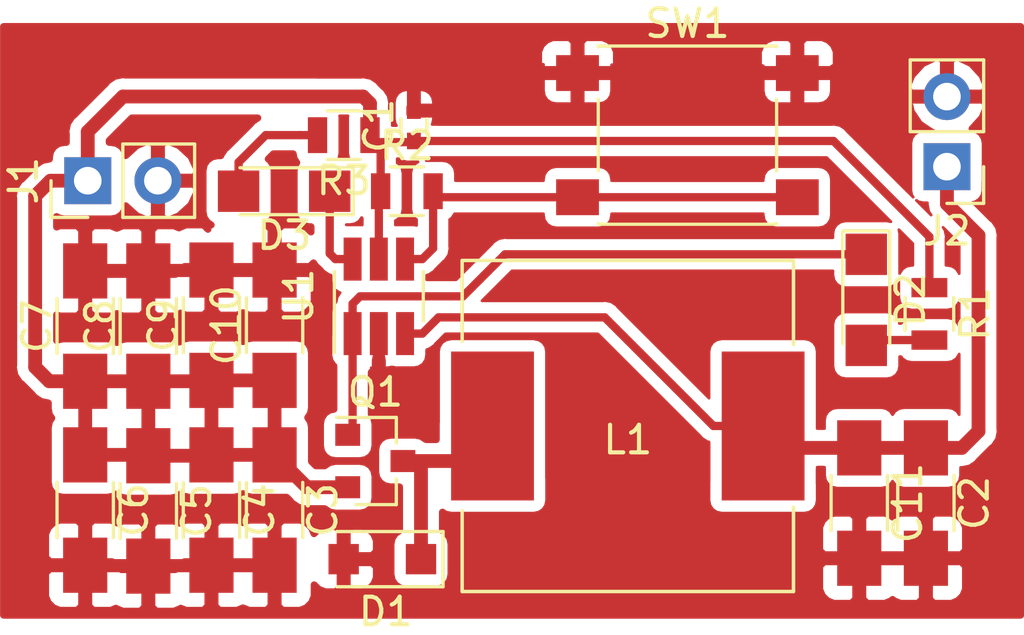
<source format=kicad_pcb>
(kicad_pcb (version 20171130) (host pcbnew "(5.0.2)-1")

  (general
    (thickness 1.6)
    (drawings 0)
    (tracks 75)
    (zones 0)
    (modules 23)
    (nets 10)
  )

  (page A4)
  (layers
    (0 F.Cu signal)
    (31 B.Cu signal)
    (32 B.Adhes user)
    (33 F.Adhes user)
    (34 B.Paste user)
    (35 F.Paste user)
    (36 B.SilkS user)
    (37 F.SilkS user)
    (38 B.Mask user)
    (39 F.Mask user)
    (40 Dwgs.User user)
    (41 Cmts.User user)
    (42 Eco1.User user)
    (43 Eco2.User user)
    (44 Edge.Cuts user)
    (45 Margin user)
    (46 B.CrtYd user)
    (47 F.CrtYd user hide)
    (48 B.Fab user)
    (49 F.Fab user hide)
  )

  (setup
    (last_trace_width 0.5)
    (trace_clearance 0.4)
    (zone_clearance 0.4)
    (zone_45_only no)
    (trace_min 0.2)
    (segment_width 0.2)
    (edge_width 0.1)
    (via_size 0.8)
    (via_drill 0.4)
    (via_min_size 0.4)
    (via_min_drill 0.3)
    (uvia_size 0.3)
    (uvia_drill 0.1)
    (uvias_allowed no)
    (uvia_min_size 0.2)
    (uvia_min_drill 0.1)
    (pcb_text_width 0.3)
    (pcb_text_size 1.5 1.5)
    (mod_edge_width 0.15)
    (mod_text_size 1 1)
    (mod_text_width 0.15)
    (pad_size 1.5 1.5)
    (pad_drill 0.6)
    (pad_to_mask_clearance 0)
    (solder_mask_min_width 0.25)
    (aux_axis_origin 0 0)
    (visible_elements 7FFFFFFF)
    (pcbplotparams
      (layerselection 0x010fc_ffffffff)
      (usegerberextensions false)
      (usegerberattributes false)
      (usegerberadvancedattributes false)
      (creategerberjobfile false)
      (excludeedgelayer true)
      (linewidth 0.100000)
      (plotframeref false)
      (viasonmask false)
      (mode 1)
      (useauxorigin false)
      (hpglpennumber 1)
      (hpglpenspeed 20)
      (hpglpendiameter 15.000000)
      (psnegative false)
      (psa4output false)
      (plotreference true)
      (plotvalue true)
      (plotinvisibletext false)
      (padsonsilk false)
      (subtractmaskfromsilk false)
      (outputformat 1)
      (mirror false)
      (drillshape 1)
      (scaleselection 1)
      (outputdirectory ""))
  )

  (net 0 "")
  (net 1 GND)
  (net 2 V_IN)
  (net 3 V_OUT)
  (net 4 "Net-(D1-Pad1)")
  (net 5 "Net-(D2-Pad2)")
  (net 6 PWM)
  (net 7 GP)
  (net 8 "Net-(D3-Pad2)")
  (net 9 BTN)

  (net_class Default "This is the default net class."
    (clearance 0.4)
    (trace_width 0.5)
    (via_dia 0.8)
    (via_drill 0.4)
    (uvia_dia 0.3)
    (uvia_drill 0.1)
    (add_net BTN)
    (add_net GND)
    (add_net GP)
    (add_net "Net-(D1-Pad1)")
    (add_net "Net-(D2-Pad2)")
    (add_net "Net-(D3-Pad2)")
    (add_net PWM)
    (add_net V_IN)
    (add_net V_OUT)
  )

  (net_class sig ""
    (clearance 0.3)
    (trace_width 0.3)
    (via_dia 0.8)
    (via_drill 0.4)
    (uvia_dia 0.3)
    (uvia_drill 0.1)
  )

  (module Capacitors_SMD:C_0402 (layer F.Cu) (tedit 58AA841A) (tstamp 5C64FA85)
    (at 139.192 102.785 90)
    (descr "Capacitor SMD 0402, reflow soldering, AVX (see smccp.pdf)")
    (tags "capacitor 0402")
    (path /5C61D321)
    (attr smd)
    (fp_text reference C1 (at 0 -1.27 90) (layer F.SilkS)
      (effects (font (size 1 1) (thickness 0.15)))
    )
    (fp_text value 4.7uF (at 0 1.27 90) (layer F.Fab)
      (effects (font (size 1 1) (thickness 0.15)))
    )
    (fp_line (start 1 0.4) (end -1 0.4) (layer F.CrtYd) (width 0.05))
    (fp_line (start 1 0.4) (end 1 -0.4) (layer F.CrtYd) (width 0.05))
    (fp_line (start -1 -0.4) (end -1 0.4) (layer F.CrtYd) (width 0.05))
    (fp_line (start -1 -0.4) (end 1 -0.4) (layer F.CrtYd) (width 0.05))
    (fp_line (start -0.25 0.47) (end 0.25 0.47) (layer F.SilkS) (width 0.12))
    (fp_line (start 0.25 -0.47) (end -0.25 -0.47) (layer F.SilkS) (width 0.12))
    (fp_line (start -0.5 -0.25) (end 0.5 -0.25) (layer F.Fab) (width 0.1))
    (fp_line (start 0.5 -0.25) (end 0.5 0.25) (layer F.Fab) (width 0.1))
    (fp_line (start 0.5 0.25) (end -0.5 0.25) (layer F.Fab) (width 0.1))
    (fp_line (start -0.5 0.25) (end -0.5 -0.25) (layer F.Fab) (width 0.1))
    (fp_text user %R (at 0 -1.27 90) (layer F.Fab)
      (effects (font (size 1 1) (thickness 0.15)))
    )
    (pad 2 smd rect (at 0.55 0 90) (size 0.6 0.5) (layers F.Cu F.Paste F.Mask)
      (net 1 GND))
    (pad 1 smd rect (at -0.55 0 90) (size 0.6 0.5) (layers F.Cu F.Paste F.Mask)
      (net 2 V_IN))
    (model Capacitors_SMD.3dshapes/C_0402.wrl
      (at (xyz 0 0 0))
      (scale (xyz 1 1 1))
      (rotate (xyz 0 0 0))
    )
  )

  (module Capacitors_SMD:C_1206_HandSoldering (layer F.Cu) (tedit 58AA84D1) (tstamp 5C64FA55)
    (at 157.734 116.459 270)
    (descr "Capacitor SMD 1206, hand soldering")
    (tags "capacitor 1206")
    (path /5C61D6C4)
    (attr smd)
    (fp_text reference C2 (at 0 -1.75 270) (layer F.SilkS)
      (effects (font (size 1 1) (thickness 0.15)))
    )
    (fp_text value 22uF (at 0 2 270) (layer F.Fab)
      (effects (font (size 1 1) (thickness 0.15)))
    )
    (fp_text user %R (at 0 -1.75 270) (layer F.Fab)
      (effects (font (size 1 1) (thickness 0.15)))
    )
    (fp_line (start -1.6 0.8) (end -1.6 -0.8) (layer F.Fab) (width 0.1))
    (fp_line (start 1.6 0.8) (end -1.6 0.8) (layer F.Fab) (width 0.1))
    (fp_line (start 1.6 -0.8) (end 1.6 0.8) (layer F.Fab) (width 0.1))
    (fp_line (start -1.6 -0.8) (end 1.6 -0.8) (layer F.Fab) (width 0.1))
    (fp_line (start 1 -1.02) (end -1 -1.02) (layer F.SilkS) (width 0.12))
    (fp_line (start -1 1.02) (end 1 1.02) (layer F.SilkS) (width 0.12))
    (fp_line (start -3.25 -1.05) (end 3.25 -1.05) (layer F.CrtYd) (width 0.05))
    (fp_line (start -3.25 -1.05) (end -3.25 1.05) (layer F.CrtYd) (width 0.05))
    (fp_line (start 3.25 1.05) (end 3.25 -1.05) (layer F.CrtYd) (width 0.05))
    (fp_line (start 3.25 1.05) (end -3.25 1.05) (layer F.CrtYd) (width 0.05))
    (pad 1 smd rect (at -2 0 270) (size 2 1.6) (layers F.Cu F.Paste F.Mask)
      (net 3 V_OUT))
    (pad 2 smd rect (at 2 0 270) (size 2 1.6) (layers F.Cu F.Paste F.Mask)
      (net 1 GND))
    (model Capacitors_SMD.3dshapes/C_1206.wrl
      (at (xyz 0 0 0))
      (scale (xyz 1 1 1))
      (rotate (xyz 0 0 0))
    )
  )

  (module Capacitors_SMD:C_1206_HandSoldering (layer F.Cu) (tedit 58AA84D1) (tstamp 5C650966)
    (at 134.146592 116.711734 270)
    (descr "Capacitor SMD 1206, hand soldering")
    (tags "capacitor 1206")
    (path /5C64EADF)
    (attr smd)
    (fp_text reference C3 (at 0 -1.75 270) (layer F.SilkS)
      (effects (font (size 1 1) (thickness 0.15)))
    )
    (fp_text value 10uF (at 0 2 270) (layer F.Fab)
      (effects (font (size 1 1) (thickness 0.15)))
    )
    (fp_text user %R (at 0 -1.75 270) (layer F.Fab)
      (effects (font (size 1 1) (thickness 0.15)))
    )
    (fp_line (start -1.6 0.8) (end -1.6 -0.8) (layer F.Fab) (width 0.1))
    (fp_line (start 1.6 0.8) (end -1.6 0.8) (layer F.Fab) (width 0.1))
    (fp_line (start 1.6 -0.8) (end 1.6 0.8) (layer F.Fab) (width 0.1))
    (fp_line (start -1.6 -0.8) (end 1.6 -0.8) (layer F.Fab) (width 0.1))
    (fp_line (start 1 -1.02) (end -1 -1.02) (layer F.SilkS) (width 0.12))
    (fp_line (start -1 1.02) (end 1 1.02) (layer F.SilkS) (width 0.12))
    (fp_line (start -3.25 -1.05) (end 3.25 -1.05) (layer F.CrtYd) (width 0.05))
    (fp_line (start -3.25 -1.05) (end -3.25 1.05) (layer F.CrtYd) (width 0.05))
    (fp_line (start 3.25 1.05) (end 3.25 -1.05) (layer F.CrtYd) (width 0.05))
    (fp_line (start 3.25 1.05) (end -3.25 1.05) (layer F.CrtYd) (width 0.05))
    (pad 1 smd rect (at -2 0 270) (size 2 1.6) (layers F.Cu F.Paste F.Mask)
      (net 2 V_IN))
    (pad 2 smd rect (at 2 0 270) (size 2 1.6) (layers F.Cu F.Paste F.Mask)
      (net 1 GND))
    (model Capacitors_SMD.3dshapes/C_1206.wrl
      (at (xyz 0 0 0))
      (scale (xyz 1 1 1))
      (rotate (xyz 0 0 0))
    )
  )

  (module Capacitors_SMD:C_1206_HandSoldering (layer F.Cu) (tedit 58AA84D1) (tstamp 5C650A26)
    (at 131.860592 116.711734 270)
    (descr "Capacitor SMD 1206, hand soldering")
    (tags "capacitor 1206")
    (path /5C64EF47)
    (attr smd)
    (fp_text reference C4 (at 0 -1.75 270) (layer F.SilkS)
      (effects (font (size 1 1) (thickness 0.15)))
    )
    (fp_text value 10uF (at 0 2 270) (layer F.Fab)
      (effects (font (size 1 1) (thickness 0.15)))
    )
    (fp_line (start 3.25 1.05) (end -3.25 1.05) (layer F.CrtYd) (width 0.05))
    (fp_line (start 3.25 1.05) (end 3.25 -1.05) (layer F.CrtYd) (width 0.05))
    (fp_line (start -3.25 -1.05) (end -3.25 1.05) (layer F.CrtYd) (width 0.05))
    (fp_line (start -3.25 -1.05) (end 3.25 -1.05) (layer F.CrtYd) (width 0.05))
    (fp_line (start -1 1.02) (end 1 1.02) (layer F.SilkS) (width 0.12))
    (fp_line (start 1 -1.02) (end -1 -1.02) (layer F.SilkS) (width 0.12))
    (fp_line (start -1.6 -0.8) (end 1.6 -0.8) (layer F.Fab) (width 0.1))
    (fp_line (start 1.6 -0.8) (end 1.6 0.8) (layer F.Fab) (width 0.1))
    (fp_line (start 1.6 0.8) (end -1.6 0.8) (layer F.Fab) (width 0.1))
    (fp_line (start -1.6 0.8) (end -1.6 -0.8) (layer F.Fab) (width 0.1))
    (fp_text user %R (at 0 -1.75 270) (layer F.Fab)
      (effects (font (size 1 1) (thickness 0.15)))
    )
    (pad 2 smd rect (at 2 0 270) (size 2 1.6) (layers F.Cu F.Paste F.Mask)
      (net 1 GND))
    (pad 1 smd rect (at -2 0 270) (size 2 1.6) (layers F.Cu F.Paste F.Mask)
      (net 2 V_IN))
    (model Capacitors_SMD.3dshapes/C_1206.wrl
      (at (xyz 0 0 0))
      (scale (xyz 1 1 1))
      (rotate (xyz 0 0 0))
    )
  )

  (module Capacitors_SMD:C_1206_HandSoldering (layer F.Cu) (tedit 58AA84D1) (tstamp 5C650AB6)
    (at 129.574592 116.743734 270)
    (descr "Capacitor SMD 1206, hand soldering")
    (tags "capacitor 1206")
    (path /5C64E9D5)
    (attr smd)
    (fp_text reference C5 (at 0 -1.75 270) (layer F.SilkS)
      (effects (font (size 1 1) (thickness 0.15)))
    )
    (fp_text value 10uF (at 0 2 270) (layer F.Fab)
      (effects (font (size 1 1) (thickness 0.15)))
    )
    (fp_line (start 3.25 1.05) (end -3.25 1.05) (layer F.CrtYd) (width 0.05))
    (fp_line (start 3.25 1.05) (end 3.25 -1.05) (layer F.CrtYd) (width 0.05))
    (fp_line (start -3.25 -1.05) (end -3.25 1.05) (layer F.CrtYd) (width 0.05))
    (fp_line (start -3.25 -1.05) (end 3.25 -1.05) (layer F.CrtYd) (width 0.05))
    (fp_line (start -1 1.02) (end 1 1.02) (layer F.SilkS) (width 0.12))
    (fp_line (start 1 -1.02) (end -1 -1.02) (layer F.SilkS) (width 0.12))
    (fp_line (start -1.6 -0.8) (end 1.6 -0.8) (layer F.Fab) (width 0.1))
    (fp_line (start 1.6 -0.8) (end 1.6 0.8) (layer F.Fab) (width 0.1))
    (fp_line (start 1.6 0.8) (end -1.6 0.8) (layer F.Fab) (width 0.1))
    (fp_line (start -1.6 0.8) (end -1.6 -0.8) (layer F.Fab) (width 0.1))
    (fp_text user %R (at 0 -1.75 270) (layer F.Fab)
      (effects (font (size 1 1) (thickness 0.15)))
    )
    (pad 2 smd rect (at 2 0 270) (size 2 1.6) (layers F.Cu F.Paste F.Mask)
      (net 1 GND))
    (pad 1 smd rect (at -2 0 270) (size 2 1.6) (layers F.Cu F.Paste F.Mask)
      (net 2 V_IN))
    (model Capacitors_SMD.3dshapes/C_1206.wrl
      (at (xyz 0 0 0))
      (scale (xyz 1 1 1))
      (rotate (xyz 0 0 0))
    )
  )

  (module Capacitors_SMD:C_1206_HandSoldering (layer F.Cu) (tedit 58AA84D1) (tstamp 5C650A56)
    (at 127.288592 116.711734 270)
    (descr "Capacitor SMD 1206, hand soldering")
    (tags "capacitor 1206")
    (path /5C64EF40)
    (attr smd)
    (fp_text reference C6 (at 0 -1.75 270) (layer F.SilkS)
      (effects (font (size 1 1) (thickness 0.15)))
    )
    (fp_text value 10uF (at 0 2 270) (layer F.Fab)
      (effects (font (size 1 1) (thickness 0.15)))
    )
    (fp_line (start 3.25 1.05) (end -3.25 1.05) (layer F.CrtYd) (width 0.05))
    (fp_line (start 3.25 1.05) (end 3.25 -1.05) (layer F.CrtYd) (width 0.05))
    (fp_line (start -3.25 -1.05) (end -3.25 1.05) (layer F.CrtYd) (width 0.05))
    (fp_line (start -3.25 -1.05) (end 3.25 -1.05) (layer F.CrtYd) (width 0.05))
    (fp_line (start -1 1.02) (end 1 1.02) (layer F.SilkS) (width 0.12))
    (fp_line (start 1 -1.02) (end -1 -1.02) (layer F.SilkS) (width 0.12))
    (fp_line (start -1.6 -0.8) (end 1.6 -0.8) (layer F.Fab) (width 0.1))
    (fp_line (start 1.6 -0.8) (end 1.6 0.8) (layer F.Fab) (width 0.1))
    (fp_line (start 1.6 0.8) (end -1.6 0.8) (layer F.Fab) (width 0.1))
    (fp_line (start -1.6 0.8) (end -1.6 -0.8) (layer F.Fab) (width 0.1))
    (fp_text user %R (at 0 -1.75 270) (layer F.Fab)
      (effects (font (size 1 1) (thickness 0.15)))
    )
    (pad 2 smd rect (at 2 0 270) (size 2 1.6) (layers F.Cu F.Paste F.Mask)
      (net 1 GND))
    (pad 1 smd rect (at -2 0 270) (size 2 1.6) (layers F.Cu F.Paste F.Mask)
      (net 2 V_IN))
    (model Capacitors_SMD.3dshapes/C_1206.wrl
      (at (xyz 0 0 0))
      (scale (xyz 1 1 1))
      (rotate (xyz 0 0 0))
    )
  )

  (module Capacitors_SMD:C_1206_HandSoldering (layer F.Cu) (tedit 58AA84D1) (tstamp 5C6509F6)
    (at 127.288592 110.044734 90)
    (descr "Capacitor SMD 1206, hand soldering")
    (tags "capacitor 1206")
    (path /5C64ED2B)
    (attr smd)
    (fp_text reference C7 (at 0 -1.75 90) (layer F.SilkS)
      (effects (font (size 1 1) (thickness 0.15)))
    )
    (fp_text value 10uF (at 0 2 90) (layer F.Fab)
      (effects (font (size 1 1) (thickness 0.15)))
    )
    (fp_text user %R (at 0 -1.75 90) (layer F.Fab)
      (effects (font (size 1 1) (thickness 0.15)))
    )
    (fp_line (start -1.6 0.8) (end -1.6 -0.8) (layer F.Fab) (width 0.1))
    (fp_line (start 1.6 0.8) (end -1.6 0.8) (layer F.Fab) (width 0.1))
    (fp_line (start 1.6 -0.8) (end 1.6 0.8) (layer F.Fab) (width 0.1))
    (fp_line (start -1.6 -0.8) (end 1.6 -0.8) (layer F.Fab) (width 0.1))
    (fp_line (start 1 -1.02) (end -1 -1.02) (layer F.SilkS) (width 0.12))
    (fp_line (start -1 1.02) (end 1 1.02) (layer F.SilkS) (width 0.12))
    (fp_line (start -3.25 -1.05) (end 3.25 -1.05) (layer F.CrtYd) (width 0.05))
    (fp_line (start -3.25 -1.05) (end -3.25 1.05) (layer F.CrtYd) (width 0.05))
    (fp_line (start 3.25 1.05) (end 3.25 -1.05) (layer F.CrtYd) (width 0.05))
    (fp_line (start 3.25 1.05) (end -3.25 1.05) (layer F.CrtYd) (width 0.05))
    (pad 1 smd rect (at -2 0 90) (size 2 1.6) (layers F.Cu F.Paste F.Mask)
      (net 2 V_IN))
    (pad 2 smd rect (at 2 0 90) (size 2 1.6) (layers F.Cu F.Paste F.Mask)
      (net 1 GND))
    (model Capacitors_SMD.3dshapes/C_1206.wrl
      (at (xyz 0 0 0))
      (scale (xyz 1 1 1))
      (rotate (xyz 0 0 0))
    )
  )

  (module Capacitors_SMD:C_1206_HandSoldering (layer F.Cu) (tedit 58AA84D1) (tstamp 5C650996)
    (at 129.574592 110.044734 90)
    (descr "Capacitor SMD 1206, hand soldering")
    (tags "capacitor 1206")
    (path /5C64F016)
    (attr smd)
    (fp_text reference C8 (at 0 -1.75 90) (layer F.SilkS)
      (effects (font (size 1 1) (thickness 0.15)))
    )
    (fp_text value 10uF (at 0 2 90) (layer F.Fab)
      (effects (font (size 1 1) (thickness 0.15)))
    )
    (fp_line (start 3.25 1.05) (end -3.25 1.05) (layer F.CrtYd) (width 0.05))
    (fp_line (start 3.25 1.05) (end 3.25 -1.05) (layer F.CrtYd) (width 0.05))
    (fp_line (start -3.25 -1.05) (end -3.25 1.05) (layer F.CrtYd) (width 0.05))
    (fp_line (start -3.25 -1.05) (end 3.25 -1.05) (layer F.CrtYd) (width 0.05))
    (fp_line (start -1 1.02) (end 1 1.02) (layer F.SilkS) (width 0.12))
    (fp_line (start 1 -1.02) (end -1 -1.02) (layer F.SilkS) (width 0.12))
    (fp_line (start -1.6 -0.8) (end 1.6 -0.8) (layer F.Fab) (width 0.1))
    (fp_line (start 1.6 -0.8) (end 1.6 0.8) (layer F.Fab) (width 0.1))
    (fp_line (start 1.6 0.8) (end -1.6 0.8) (layer F.Fab) (width 0.1))
    (fp_line (start -1.6 0.8) (end -1.6 -0.8) (layer F.Fab) (width 0.1))
    (fp_text user %R (at 0 -1.75 90) (layer F.Fab)
      (effects (font (size 1 1) (thickness 0.15)))
    )
    (pad 2 smd rect (at 2 0 90) (size 2 1.6) (layers F.Cu F.Paste F.Mask)
      (net 1 GND))
    (pad 1 smd rect (at -2 0 90) (size 2 1.6) (layers F.Cu F.Paste F.Mask)
      (net 2 V_IN))
    (model Capacitors_SMD.3dshapes/C_1206.wrl
      (at (xyz 0 0 0))
      (scale (xyz 1 1 1))
      (rotate (xyz 0 0 0))
    )
  )

  (module Capacitors_SMD:C_1206_HandSoldering (layer F.Cu) (tedit 58AA84D1) (tstamp 5C650A86)
    (at 131.860592 110.012734 90)
    (descr "Capacitor SMD 1206, hand soldering")
    (tags "capacitor 1206")
    (path /5C64ED25)
    (attr smd)
    (fp_text reference C9 (at 0 -1.75 90) (layer F.SilkS)
      (effects (font (size 1 1) (thickness 0.15)))
    )
    (fp_text value 10uF (at 0 2 90) (layer F.Fab)
      (effects (font (size 1 1) (thickness 0.15)))
    )
    (fp_line (start 3.25 1.05) (end -3.25 1.05) (layer F.CrtYd) (width 0.05))
    (fp_line (start 3.25 1.05) (end 3.25 -1.05) (layer F.CrtYd) (width 0.05))
    (fp_line (start -3.25 -1.05) (end -3.25 1.05) (layer F.CrtYd) (width 0.05))
    (fp_line (start -3.25 -1.05) (end 3.25 -1.05) (layer F.CrtYd) (width 0.05))
    (fp_line (start -1 1.02) (end 1 1.02) (layer F.SilkS) (width 0.12))
    (fp_line (start 1 -1.02) (end -1 -1.02) (layer F.SilkS) (width 0.12))
    (fp_line (start -1.6 -0.8) (end 1.6 -0.8) (layer F.Fab) (width 0.1))
    (fp_line (start 1.6 -0.8) (end 1.6 0.8) (layer F.Fab) (width 0.1))
    (fp_line (start 1.6 0.8) (end -1.6 0.8) (layer F.Fab) (width 0.1))
    (fp_line (start -1.6 0.8) (end -1.6 -0.8) (layer F.Fab) (width 0.1))
    (fp_text user %R (at 0 -1.75 90) (layer F.Fab)
      (effects (font (size 1 1) (thickness 0.15)))
    )
    (pad 2 smd rect (at 2 0 90) (size 2 1.6) (layers F.Cu F.Paste F.Mask)
      (net 1 GND))
    (pad 1 smd rect (at -2 0 90) (size 2 1.6) (layers F.Cu F.Paste F.Mask)
      (net 2 V_IN))
    (model Capacitors_SMD.3dshapes/C_1206.wrl
      (at (xyz 0 0 0))
      (scale (xyz 1 1 1))
      (rotate (xyz 0 0 0))
    )
  )

  (module Capacitors_SMD:C_1206_HandSoldering (layer F.Cu) (tedit 58AA84D1) (tstamp 5C6509C6)
    (at 134.146592 110.012734 90)
    (descr "Capacitor SMD 1206, hand soldering")
    (tags "capacitor 1206")
    (path /5C64F010)
    (attr smd)
    (fp_text reference C10 (at 0 -1.75 90) (layer F.SilkS)
      (effects (font (size 1 1) (thickness 0.15)))
    )
    (fp_text value 10uF (at 0 2 90) (layer F.Fab)
      (effects (font (size 1 1) (thickness 0.15)))
    )
    (fp_text user %R (at 0 -1.75 90) (layer F.Fab)
      (effects (font (size 1 1) (thickness 0.15)))
    )
    (fp_line (start -1.6 0.8) (end -1.6 -0.8) (layer F.Fab) (width 0.1))
    (fp_line (start 1.6 0.8) (end -1.6 0.8) (layer F.Fab) (width 0.1))
    (fp_line (start 1.6 -0.8) (end 1.6 0.8) (layer F.Fab) (width 0.1))
    (fp_line (start -1.6 -0.8) (end 1.6 -0.8) (layer F.Fab) (width 0.1))
    (fp_line (start 1 -1.02) (end -1 -1.02) (layer F.SilkS) (width 0.12))
    (fp_line (start -1 1.02) (end 1 1.02) (layer F.SilkS) (width 0.12))
    (fp_line (start -3.25 -1.05) (end 3.25 -1.05) (layer F.CrtYd) (width 0.05))
    (fp_line (start -3.25 -1.05) (end -3.25 1.05) (layer F.CrtYd) (width 0.05))
    (fp_line (start 3.25 1.05) (end 3.25 -1.05) (layer F.CrtYd) (width 0.05))
    (fp_line (start 3.25 1.05) (end -3.25 1.05) (layer F.CrtYd) (width 0.05))
    (pad 1 smd rect (at -2 0 90) (size 2 1.6) (layers F.Cu F.Paste F.Mask)
      (net 2 V_IN))
    (pad 2 smd rect (at 2 0 90) (size 2 1.6) (layers F.Cu F.Paste F.Mask)
      (net 1 GND))
    (model Capacitors_SMD.3dshapes/C_1206.wrl
      (at (xyz 0 0 0))
      (scale (xyz 1 1 1))
      (rotate (xyz 0 0 0))
    )
  )

  (module Capacitors_SMD:C_1206_HandSoldering (layer F.Cu) (tedit 58AA84D1) (tstamp 5C64FC8A)
    (at 155.321 116.459 270)
    (descr "Capacitor SMD 1206, hand soldering")
    (tags "capacitor 1206")
    (path /5C65266C)
    (attr smd)
    (fp_text reference C11 (at 0 -1.75 270) (layer F.SilkS)
      (effects (font (size 1 1) (thickness 0.15)))
    )
    (fp_text value 22uF (at 0 2 270) (layer F.Fab)
      (effects (font (size 1 1) (thickness 0.15)))
    )
    (fp_text user %R (at 0 -1.75 270) (layer F.Fab)
      (effects (font (size 1 1) (thickness 0.15)))
    )
    (fp_line (start -1.6 0.8) (end -1.6 -0.8) (layer F.Fab) (width 0.1))
    (fp_line (start 1.6 0.8) (end -1.6 0.8) (layer F.Fab) (width 0.1))
    (fp_line (start 1.6 -0.8) (end 1.6 0.8) (layer F.Fab) (width 0.1))
    (fp_line (start -1.6 -0.8) (end 1.6 -0.8) (layer F.Fab) (width 0.1))
    (fp_line (start 1 -1.02) (end -1 -1.02) (layer F.SilkS) (width 0.12))
    (fp_line (start -1 1.02) (end 1 1.02) (layer F.SilkS) (width 0.12))
    (fp_line (start -3.25 -1.05) (end 3.25 -1.05) (layer F.CrtYd) (width 0.05))
    (fp_line (start -3.25 -1.05) (end -3.25 1.05) (layer F.CrtYd) (width 0.05))
    (fp_line (start 3.25 1.05) (end 3.25 -1.05) (layer F.CrtYd) (width 0.05))
    (fp_line (start 3.25 1.05) (end -3.25 1.05) (layer F.CrtYd) (width 0.05))
    (pad 1 smd rect (at -2 0 270) (size 2 1.6) (layers F.Cu F.Paste F.Mask)
      (net 3 V_OUT))
    (pad 2 smd rect (at 2 0 270) (size 2 1.6) (layers F.Cu F.Paste F.Mask)
      (net 1 GND))
    (model Capacitors_SMD.3dshapes/C_1206.wrl
      (at (xyz 0 0 0))
      (scale (xyz 1 1 1))
      (rotate (xyz 0 0 0))
    )
  )

  (module Diodes_SMD:D_SOD-123F (layer F.Cu) (tedit 587F7769) (tstamp 5C64F79C)
    (at 138.049 118.491 180)
    (descr D_SOD-123F)
    (tags D_SOD-123F)
    (path /5C61D52C)
    (attr smd)
    (fp_text reference D1 (at -0.127 -1.905 180) (layer F.SilkS)
      (effects (font (size 1 1) (thickness 0.15)))
    )
    (fp_text value D (at 0 2.1 180) (layer F.Fab)
      (effects (font (size 1 1) (thickness 0.15)))
    )
    (fp_line (start -2.2 -1) (end 1.65 -1) (layer F.SilkS) (width 0.12))
    (fp_line (start -2.2 1) (end 1.65 1) (layer F.SilkS) (width 0.12))
    (fp_line (start -2.2 -1.15) (end -2.2 1.15) (layer F.CrtYd) (width 0.05))
    (fp_line (start 2.2 1.15) (end -2.2 1.15) (layer F.CrtYd) (width 0.05))
    (fp_line (start 2.2 -1.15) (end 2.2 1.15) (layer F.CrtYd) (width 0.05))
    (fp_line (start -2.2 -1.15) (end 2.2 -1.15) (layer F.CrtYd) (width 0.05))
    (fp_line (start -1.4 -0.9) (end 1.4 -0.9) (layer F.Fab) (width 0.1))
    (fp_line (start 1.4 -0.9) (end 1.4 0.9) (layer F.Fab) (width 0.1))
    (fp_line (start 1.4 0.9) (end -1.4 0.9) (layer F.Fab) (width 0.1))
    (fp_line (start -1.4 0.9) (end -1.4 -0.9) (layer F.Fab) (width 0.1))
    (fp_line (start -0.75 0) (end -0.35 0) (layer F.Fab) (width 0.1))
    (fp_line (start -0.35 0) (end -0.35 -0.55) (layer F.Fab) (width 0.1))
    (fp_line (start -0.35 0) (end -0.35 0.55) (layer F.Fab) (width 0.1))
    (fp_line (start -0.35 0) (end 0.25 -0.4) (layer F.Fab) (width 0.1))
    (fp_line (start 0.25 -0.4) (end 0.25 0.4) (layer F.Fab) (width 0.1))
    (fp_line (start 0.25 0.4) (end -0.35 0) (layer F.Fab) (width 0.1))
    (fp_line (start 0.25 0) (end 0.75 0) (layer F.Fab) (width 0.1))
    (fp_line (start -2.2 -1) (end -2.2 1) (layer F.SilkS) (width 0.12))
    (fp_text user %R (at -0.127 -1.905 180) (layer F.Fab)
      (effects (font (size 1 1) (thickness 0.15)))
    )
    (pad 2 smd rect (at 1.4 0 180) (size 1.1 1.1) (layers F.Cu F.Paste F.Mask)
      (net 1 GND))
    (pad 1 smd rect (at -1.4 0 180) (size 1.1 1.1) (layers F.Cu F.Paste F.Mask)
      (net 4 "Net-(D1-Pad1)"))
    (model ${KISYS3DMOD}/Diodes_SMD.3dshapes/D_SOD-123F.wrl
      (at (xyz 0 0 0))
      (scale (xyz 1 1 1))
      (rotate (xyz 0 0 0))
    )
  )

  (module LEDs:LED_1206 (layer F.Cu) (tedit 57FE943C) (tstamp 5C64F8E2)
    (at 155.575 109.093 270)
    (descr "LED 1206 smd package")
    (tags "LED led 1206 SMD smd SMT smt smdled SMDLED smtled SMTLED")
    (path /5C650568)
    (attr smd)
    (fp_text reference D2 (at 0 -1.6 270) (layer F.SilkS)
      (effects (font (size 1 1) (thickness 0.15)))
    )
    (fp_text value LED (at 0 1.7 270) (layer F.Fab)
      (effects (font (size 1 1) (thickness 0.15)))
    )
    (fp_line (start -2.5 -0.85) (end -2.5 0.85) (layer F.SilkS) (width 0.12))
    (fp_line (start -0.45 -0.4) (end -0.45 0.4) (layer F.Fab) (width 0.1))
    (fp_line (start -0.4 0) (end 0.2 -0.4) (layer F.Fab) (width 0.1))
    (fp_line (start 0.2 0.4) (end -0.4 0) (layer F.Fab) (width 0.1))
    (fp_line (start 0.2 -0.4) (end 0.2 0.4) (layer F.Fab) (width 0.1))
    (fp_line (start 1.6 0.8) (end -1.6 0.8) (layer F.Fab) (width 0.1))
    (fp_line (start 1.6 -0.8) (end 1.6 0.8) (layer F.Fab) (width 0.1))
    (fp_line (start -1.6 -0.8) (end 1.6 -0.8) (layer F.Fab) (width 0.1))
    (fp_line (start -1.6 0.8) (end -1.6 -0.8) (layer F.Fab) (width 0.1))
    (fp_line (start -2.45 0.85) (end 1.6 0.85) (layer F.SilkS) (width 0.12))
    (fp_line (start -2.45 -0.85) (end 1.6 -0.85) (layer F.SilkS) (width 0.12))
    (fp_line (start 2.65 -1) (end 2.65 1) (layer F.CrtYd) (width 0.05))
    (fp_line (start 2.65 1) (end -2.65 1) (layer F.CrtYd) (width 0.05))
    (fp_line (start -2.65 1) (end -2.65 -1) (layer F.CrtYd) (width 0.05))
    (fp_line (start -2.65 -1) (end 2.65 -1) (layer F.CrtYd) (width 0.05))
    (pad 2 smd rect (at 1.65 0 90) (size 1.5 1.5) (layers F.Cu F.Paste F.Mask)
      (net 5 "Net-(D2-Pad2)"))
    (pad 1 smd rect (at -1.65 0 90) (size 1.5 1.5) (layers F.Cu F.Paste F.Mask)
      (net 6 PWM))
    (model ${KISYS3DMOD}/LEDs.3dshapes/LED_1206.wrl
      (at (xyz 0 0 0))
      (scale (xyz 1 1 1))
      (rotate (xyz 0 0 180))
    )
  )

  (module LEDs:LED_1206 (layer F.Cu) (tedit 57FE943C) (tstamp 5C650083)
    (at 134.493 105.156 180)
    (descr "LED 1206 smd package")
    (tags "LED led 1206 SMD smd SMT smt smdled SMDLED smtled SMTLED")
    (path /5C651921)
    (attr smd)
    (fp_text reference D3 (at 0 -1.6 180) (layer F.SilkS)
      (effects (font (size 1 1) (thickness 0.15)))
    )
    (fp_text value LED (at 0 1.7 180) (layer F.Fab)
      (effects (font (size 1 1) (thickness 0.15)))
    )
    (fp_line (start -2.65 -1) (end 2.65 -1) (layer F.CrtYd) (width 0.05))
    (fp_line (start -2.65 1) (end -2.65 -1) (layer F.CrtYd) (width 0.05))
    (fp_line (start 2.65 1) (end -2.65 1) (layer F.CrtYd) (width 0.05))
    (fp_line (start 2.65 -1) (end 2.65 1) (layer F.CrtYd) (width 0.05))
    (fp_line (start -2.45 -0.85) (end 1.6 -0.85) (layer F.SilkS) (width 0.12))
    (fp_line (start -2.45 0.85) (end 1.6 0.85) (layer F.SilkS) (width 0.12))
    (fp_line (start -1.6 0.8) (end -1.6 -0.8) (layer F.Fab) (width 0.1))
    (fp_line (start -1.6 -0.8) (end 1.6 -0.8) (layer F.Fab) (width 0.1))
    (fp_line (start 1.6 -0.8) (end 1.6 0.8) (layer F.Fab) (width 0.1))
    (fp_line (start 1.6 0.8) (end -1.6 0.8) (layer F.Fab) (width 0.1))
    (fp_line (start 0.2 -0.4) (end 0.2 0.4) (layer F.Fab) (width 0.1))
    (fp_line (start 0.2 0.4) (end -0.4 0) (layer F.Fab) (width 0.1))
    (fp_line (start -0.4 0) (end 0.2 -0.4) (layer F.Fab) (width 0.1))
    (fp_line (start -0.45 -0.4) (end -0.45 0.4) (layer F.Fab) (width 0.1))
    (fp_line (start -2.5 -0.85) (end -2.5 0.85) (layer F.SilkS) (width 0.12))
    (pad 1 smd rect (at -1.65 0) (size 1.5 1.5) (layers F.Cu F.Paste F.Mask)
      (net 7 GP))
    (pad 2 smd rect (at 1.65 0) (size 1.5 1.5) (layers F.Cu F.Paste F.Mask)
      (net 8 "Net-(D3-Pad2)"))
    (model ${KISYS3DMOD}/LEDs.3dshapes/LED_1206.wrl
      (at (xyz 0 0 0))
      (scale (xyz 1 1 1))
      (rotate (xyz 0 0 180))
    )
  )

  (module custom:WE (layer F.Cu) (tedit 5C64E451) (tstamp 5C650BA1)
    (at 146.939 113.665)
    (path /5C61D5DF)
    (fp_text reference L1 (at 0 0.5) (layer F.SilkS)
      (effects (font (size 1 1) (thickness 0.15)))
    )
    (fp_text value 10uH (at 0 -0.762) (layer F.Fab)
      (effects (font (size 1 1) (thickness 0.15)))
    )
    (fp_line (start -5.99948 -5.99948) (end 5.99948 -5.99948) (layer F.SilkS) (width 0.127))
    (fp_line (start 5.99948 5.99948) (end -5.99948 5.99948) (layer F.SilkS) (width 0.127))
    (fp_line (start -5.99948 5.99948) (end -5.99948 3.06832) (layer F.SilkS) (width 0.127))
    (fp_line (start -5.99948 -3.06832) (end -5.99948 -5.99948) (layer F.SilkS) (width 0.127))
    (fp_line (start 5.99948 5.99948) (end 5.99948 2.94894) (layer F.SilkS) (width 0.127))
    (fp_line (start 5.99948 -2.94894) (end 5.99948 -5.99948) (layer F.SilkS) (width 0.127))
    (fp_line (start -5.99948 3.19786) (end -5.99948 -3.19786) (layer Dwgs.User) (width 0.127))
    (fp_line (start 5.99948 2.94894) (end 5.99948 -2.94894) (layer Dwgs.User) (width 0.127))
    (pad 1 smd rect (at -4.89966 0 90) (size 5.3975 2.99974) (layers F.Cu F.Paste F.Mask)
      (net 4 "Net-(D1-Pad1)"))
    (pad 2 smd rect (at 4.89966 0 90) (size 5.3975 2.99974) (layers F.Cu F.Paste F.Mask)
      (net 3 V_OUT))
  )

  (module TO_SOT_Packages_SMD:SOT-23 (layer F.Cu) (tedit 58CE4E7E) (tstamp 5C65030B)
    (at 137.795 114.935)
    (descr "SOT-23, Standard")
    (tags SOT-23)
    (path /5C61D3C9)
    (attr smd)
    (fp_text reference Q1 (at 0 -2.5) (layer F.SilkS)
      (effects (font (size 1 1) (thickness 0.15)))
    )
    (fp_text value Q_PMOS_GSD (at 0 2.5) (layer F.Fab)
      (effects (font (size 1 1) (thickness 0.15)))
    )
    (fp_line (start 0.76 1.58) (end -0.7 1.58) (layer F.SilkS) (width 0.12))
    (fp_line (start 0.76 -1.58) (end -1.4 -1.58) (layer F.SilkS) (width 0.12))
    (fp_line (start -1.7 1.75) (end -1.7 -1.75) (layer F.CrtYd) (width 0.05))
    (fp_line (start 1.7 1.75) (end -1.7 1.75) (layer F.CrtYd) (width 0.05))
    (fp_line (start 1.7 -1.75) (end 1.7 1.75) (layer F.CrtYd) (width 0.05))
    (fp_line (start -1.7 -1.75) (end 1.7 -1.75) (layer F.CrtYd) (width 0.05))
    (fp_line (start 0.76 -1.58) (end 0.76 -0.65) (layer F.SilkS) (width 0.12))
    (fp_line (start 0.76 1.58) (end 0.76 0.65) (layer F.SilkS) (width 0.12))
    (fp_line (start -0.7 1.52) (end 0.7 1.52) (layer F.Fab) (width 0.1))
    (fp_line (start 0.7 -1.52) (end 0.7 1.52) (layer F.Fab) (width 0.1))
    (fp_line (start -0.7 -0.95) (end -0.15 -1.52) (layer F.Fab) (width 0.1))
    (fp_line (start -0.15 -1.52) (end 0.7 -1.52) (layer F.Fab) (width 0.1))
    (fp_line (start -0.7 -0.95) (end -0.7 1.5) (layer F.Fab) (width 0.1))
    (fp_text user %R (at 0 0 90) (layer F.Fab)
      (effects (font (size 0.5 0.5) (thickness 0.075)))
    )
    (pad 3 smd rect (at 1 0) (size 0.9 0.8) (layers F.Cu F.Paste F.Mask)
      (net 4 "Net-(D1-Pad1)"))
    (pad 2 smd rect (at -1 0.95) (size 0.9 0.8) (layers F.Cu F.Paste F.Mask)
      (net 2 V_IN))
    (pad 1 smd rect (at -1 -0.95) (size 0.9 0.8) (layers F.Cu F.Paste F.Mask)
      (net 6 PWM))
    (model ${KISYS3DMOD}/TO_SOT_Packages_SMD.3dshapes/SOT-23.wrl
      (at (xyz 0 0 0))
      (scale (xyz 1 1 1))
      (rotate (xyz 0 0 0))
    )
  )

  (module Resistors_SMD:R_0805 (layer F.Cu) (tedit 58E0A804) (tstamp 5C6511E6)
    (at 157.861 109.601 270)
    (descr "Resistor SMD 0805, reflow soldering, Vishay (see dcrcw.pdf)")
    (tags "resistor 0805")
    (path /5C650497)
    (attr smd)
    (fp_text reference R1 (at 0 -1.65 270) (layer F.SilkS)
      (effects (font (size 1 1) (thickness 0.15)))
    )
    (fp_text value 470 (at 0 1.75 270) (layer F.Fab)
      (effects (font (size 1 1) (thickness 0.15)))
    )
    (fp_text user %R (at 0 0 270) (layer F.Fab)
      (effects (font (size 0.5 0.5) (thickness 0.075)))
    )
    (fp_line (start -1 0.62) (end -1 -0.62) (layer F.Fab) (width 0.1))
    (fp_line (start 1 0.62) (end -1 0.62) (layer F.Fab) (width 0.1))
    (fp_line (start 1 -0.62) (end 1 0.62) (layer F.Fab) (width 0.1))
    (fp_line (start -1 -0.62) (end 1 -0.62) (layer F.Fab) (width 0.1))
    (fp_line (start 0.6 0.88) (end -0.6 0.88) (layer F.SilkS) (width 0.12))
    (fp_line (start -0.6 -0.88) (end 0.6 -0.88) (layer F.SilkS) (width 0.12))
    (fp_line (start -1.55 -0.9) (end 1.55 -0.9) (layer F.CrtYd) (width 0.05))
    (fp_line (start -1.55 -0.9) (end -1.55 0.9) (layer F.CrtYd) (width 0.05))
    (fp_line (start 1.55 0.9) (end 1.55 -0.9) (layer F.CrtYd) (width 0.05))
    (fp_line (start 1.55 0.9) (end -1.55 0.9) (layer F.CrtYd) (width 0.05))
    (pad 1 smd rect (at -0.95 0 270) (size 0.7 1.3) (layers F.Cu F.Paste F.Mask)
      (net 2 V_IN))
    (pad 2 smd rect (at 0.95 0 270) (size 0.7 1.3) (layers F.Cu F.Paste F.Mask)
      (net 5 "Net-(D2-Pad2)"))
    (model ${KISYS3DMOD}/Resistors_SMD.3dshapes/R_0805.wrl
      (at (xyz 0 0 0))
      (scale (xyz 1 1 1))
      (rotate (xyz 0 0 0))
    )
  )

  (module Resistors_SMD:R_0805 (layer F.Cu) (tedit 58E0A804) (tstamp 5C650D3F)
    (at 138.938 105.156)
    (descr "Resistor SMD 0805, reflow soldering, Vishay (see dcrcw.pdf)")
    (tags "resistor 0805")
    (path /5C64E89C)
    (attr smd)
    (fp_text reference R2 (at 0 -1.65) (layer F.SilkS)
      (effects (font (size 1 1) (thickness 0.15)))
    )
    (fp_text value 10k (at 0 1.75) (layer F.Fab)
      (effects (font (size 1 1) (thickness 0.15)))
    )
    (fp_line (start 1.55 0.9) (end -1.55 0.9) (layer F.CrtYd) (width 0.05))
    (fp_line (start 1.55 0.9) (end 1.55 -0.9) (layer F.CrtYd) (width 0.05))
    (fp_line (start -1.55 -0.9) (end -1.55 0.9) (layer F.CrtYd) (width 0.05))
    (fp_line (start -1.55 -0.9) (end 1.55 -0.9) (layer F.CrtYd) (width 0.05))
    (fp_line (start -0.6 -0.88) (end 0.6 -0.88) (layer F.SilkS) (width 0.12))
    (fp_line (start 0.6 0.88) (end -0.6 0.88) (layer F.SilkS) (width 0.12))
    (fp_line (start -1 -0.62) (end 1 -0.62) (layer F.Fab) (width 0.1))
    (fp_line (start 1 -0.62) (end 1 0.62) (layer F.Fab) (width 0.1))
    (fp_line (start 1 0.62) (end -1 0.62) (layer F.Fab) (width 0.1))
    (fp_line (start -1 0.62) (end -1 -0.62) (layer F.Fab) (width 0.1))
    (fp_text user %R (at 0 0) (layer F.Fab)
      (effects (font (size 0.5 0.5) (thickness 0.075)))
    )
    (pad 2 smd rect (at 0.95 0) (size 0.7 1.3) (layers F.Cu F.Paste F.Mask)
      (net 9 BTN))
    (pad 1 smd rect (at -0.95 0) (size 0.7 1.3) (layers F.Cu F.Paste F.Mask)
      (net 2 V_IN))
    (model ${KISYS3DMOD}/Resistors_SMD.3dshapes/R_0805.wrl
      (at (xyz 0 0 0))
      (scale (xyz 1 1 1))
      (rotate (xyz 0 0 0))
    )
  )

  (module Resistors_SMD:R_0805 (layer F.Cu) (tedit 58E0A804) (tstamp 5C650FAC)
    (at 136.652 103.124 180)
    (descr "Resistor SMD 0805, reflow soldering, Vishay (see dcrcw.pdf)")
    (tags "resistor 0805")
    (path /5C65191B)
    (attr smd)
    (fp_text reference R3 (at 0 -1.65 180) (layer F.SilkS)
      (effects (font (size 1 1) (thickness 0.15)))
    )
    (fp_text value 470 (at 0 1.75 180) (layer F.Fab)
      (effects (font (size 1 1) (thickness 0.15)))
    )
    (fp_line (start 1.55 0.9) (end -1.55 0.9) (layer F.CrtYd) (width 0.05))
    (fp_line (start 1.55 0.9) (end 1.55 -0.9) (layer F.CrtYd) (width 0.05))
    (fp_line (start -1.55 -0.9) (end -1.55 0.9) (layer F.CrtYd) (width 0.05))
    (fp_line (start -1.55 -0.9) (end 1.55 -0.9) (layer F.CrtYd) (width 0.05))
    (fp_line (start -0.6 -0.88) (end 0.6 -0.88) (layer F.SilkS) (width 0.12))
    (fp_line (start 0.6 0.88) (end -0.6 0.88) (layer F.SilkS) (width 0.12))
    (fp_line (start -1 -0.62) (end 1 -0.62) (layer F.Fab) (width 0.1))
    (fp_line (start 1 -0.62) (end 1 0.62) (layer F.Fab) (width 0.1))
    (fp_line (start 1 0.62) (end -1 0.62) (layer F.Fab) (width 0.1))
    (fp_line (start -1 0.62) (end -1 -0.62) (layer F.Fab) (width 0.1))
    (fp_text user %R (at 0 0 180) (layer F.Fab)
      (effects (font (size 0.5 0.5) (thickness 0.075)))
    )
    (pad 2 smd rect (at 0.95 0 180) (size 0.7 1.3) (layers F.Cu F.Paste F.Mask)
      (net 8 "Net-(D3-Pad2)"))
    (pad 1 smd rect (at -0.95 0 180) (size 0.7 1.3) (layers F.Cu F.Paste F.Mask)
      (net 2 V_IN))
    (model ${KISYS3DMOD}/Resistors_SMD.3dshapes/R_0805.wrl
      (at (xyz 0 0 0))
      (scale (xyz 1 1 1))
      (rotate (xyz 0 0 0))
    )
  )

  (module Buttons_Switches_SMD:SW_SPST_PTS645 (layer F.Cu) (tedit 58724A80) (tstamp 5C650DDC)
    (at 149.098 103.124)
    (descr "C&K Components SPST SMD PTS645 Series 6mm Tact Switch")
    (tags "SPST Button Switch")
    (path /5C64E7DA)
    (attr smd)
    (fp_text reference SW1 (at 0 -4.05) (layer F.SilkS)
      (effects (font (size 1 1) (thickness 0.15)))
    )
    (fp_text value SW_Push (at 0 4.15) (layer F.Fab)
      (effects (font (size 1 1) (thickness 0.15)))
    )
    (fp_circle (center 0 0) (end 1.75 -0.05) (layer F.Fab) (width 0.1))
    (fp_line (start -3.23 3.23) (end 3.23 3.23) (layer F.SilkS) (width 0.12))
    (fp_line (start -3.23 -1.3) (end -3.23 1.3) (layer F.SilkS) (width 0.12))
    (fp_line (start -3.23 -3.23) (end 3.23 -3.23) (layer F.SilkS) (width 0.12))
    (fp_line (start 3.23 -1.3) (end 3.23 1.3) (layer F.SilkS) (width 0.12))
    (fp_line (start -3.23 -3.2) (end -3.23 -3.23) (layer F.SilkS) (width 0.12))
    (fp_line (start -3.23 3.23) (end -3.23 3.2) (layer F.SilkS) (width 0.12))
    (fp_line (start 3.23 3.23) (end 3.23 3.2) (layer F.SilkS) (width 0.12))
    (fp_line (start 3.23 -3.23) (end 3.23 -3.2) (layer F.SilkS) (width 0.12))
    (fp_line (start -5.05 -3.4) (end 5.05 -3.4) (layer F.CrtYd) (width 0.05))
    (fp_line (start -5.05 3.4) (end 5.05 3.4) (layer F.CrtYd) (width 0.05))
    (fp_line (start -5.05 -3.4) (end -5.05 3.4) (layer F.CrtYd) (width 0.05))
    (fp_line (start 5.05 3.4) (end 5.05 -3.4) (layer F.CrtYd) (width 0.05))
    (fp_line (start 3 -3) (end -3 -3) (layer F.Fab) (width 0.1))
    (fp_line (start 3 3) (end 3 -3) (layer F.Fab) (width 0.1))
    (fp_line (start -3 3) (end 3 3) (layer F.Fab) (width 0.1))
    (fp_line (start -3 -3) (end -3 3) (layer F.Fab) (width 0.1))
    (fp_text user %R (at 0 -4.05) (layer F.Fab)
      (effects (font (size 1 1) (thickness 0.15)))
    )
    (pad 2 smd rect (at 3.98 2.25) (size 1.55 1.3) (layers F.Cu F.Paste F.Mask)
      (net 9 BTN))
    (pad 1 smd rect (at 3.98 -2.25) (size 1.55 1.3) (layers F.Cu F.Paste F.Mask)
      (net 1 GND))
    (pad 1 smd rect (at -3.98 -2.25) (size 1.55 1.3) (layers F.Cu F.Paste F.Mask)
      (net 1 GND))
    (pad 2 smd rect (at -3.98 2.25) (size 1.55 1.3) (layers F.Cu F.Paste F.Mask)
      (net 9 BTN))
    (model ${KISYS3DMOD}/Buttons_Switches_SMD.3dshapes/SW_SPST_PTS645.wrl
      (at (xyz 0 0 0))
      (scale (xyz 1 1 1))
      (rotate (xyz 0 0 0))
    )
  )

  (module TO_SOT_Packages_SMD:SOT-23-6_Handsoldering (layer F.Cu) (tedit 58CE4E7E) (tstamp 5C650585)
    (at 137.922 108.966 90)
    (descr "6-pin SOT-23 package, Handsoldering")
    (tags "SOT-23-6 Handsoldering")
    (path /5C61C7F3)
    (attr smd)
    (fp_text reference U1 (at 0 -2.9 90) (layer F.SilkS)
      (effects (font (size 1 1) (thickness 0.15)))
    )
    (fp_text value ATtiny10-TS (at 0 2.9 90) (layer F.Fab)
      (effects (font (size 1 1) (thickness 0.15)))
    )
    (fp_line (start 0.9 -1.55) (end 0.9 1.55) (layer F.Fab) (width 0.1))
    (fp_line (start 0.9 1.55) (end -0.9 1.55) (layer F.Fab) (width 0.1))
    (fp_line (start -0.9 -0.9) (end -0.9 1.55) (layer F.Fab) (width 0.1))
    (fp_line (start 0.9 -1.55) (end -0.25 -1.55) (layer F.Fab) (width 0.1))
    (fp_line (start -0.9 -0.9) (end -0.25 -1.55) (layer F.Fab) (width 0.1))
    (fp_line (start -2.4 -1.8) (end 2.4 -1.8) (layer F.CrtYd) (width 0.05))
    (fp_line (start 2.4 -1.8) (end 2.4 1.8) (layer F.CrtYd) (width 0.05))
    (fp_line (start 2.4 1.8) (end -2.4 1.8) (layer F.CrtYd) (width 0.05))
    (fp_line (start -2.4 1.8) (end -2.4 -1.8) (layer F.CrtYd) (width 0.05))
    (fp_line (start 0.9 -1.61) (end -2.05 -1.61) (layer F.SilkS) (width 0.12))
    (fp_line (start -0.9 1.61) (end 0.9 1.61) (layer F.SilkS) (width 0.12))
    (fp_text user %R (at 0 0 180) (layer F.Fab)
      (effects (font (size 0.5 0.5) (thickness 0.075)))
    )
    (pad 5 smd rect (at 1.35 0 90) (size 1.56 0.65) (layers F.Cu F.Paste F.Mask)
      (net 2 V_IN))
    (pad 6 smd rect (at 1.35 -0.95 90) (size 1.56 0.65) (layers F.Cu F.Paste F.Mask)
      (net 7 GP))
    (pad 4 smd rect (at 1.35 0.95 90) (size 1.56 0.65) (layers F.Cu F.Paste F.Mask)
      (net 9 BTN))
    (pad 3 smd rect (at -1.35 0.95 90) (size 1.56 0.65) (layers F.Cu F.Paste F.Mask)
      (net 3 V_OUT))
    (pad 2 smd rect (at -1.35 0 90) (size 1.56 0.65) (layers F.Cu F.Paste F.Mask)
      (net 1 GND))
    (pad 1 smd rect (at -1.35 -0.95 90) (size 1.56 0.65) (layers F.Cu F.Paste F.Mask)
      (net 6 PWM))
    (model ${KISYS3DMOD}/TO_SOT_Packages_SMD.3dshapes/SOT-23-6.wrl
      (at (xyz 0 0 0))
      (scale (xyz 1 1 1))
      (rotate (xyz 0 0 0))
    )
  )

  (module Pin_Headers:Pin_Header_Straight_1x02_Pitch2.54mm (layer F.Cu) (tedit 59650532) (tstamp 5C651463)
    (at 127.381 104.775 90)
    (descr "Through hole straight pin header, 1x02, 2.54mm pitch, single row")
    (tags "Through hole pin header THT 1x02 2.54mm single row")
    (path /5C6574F9)
    (fp_text reference J1 (at 0 -2.33 90) (layer F.SilkS)
      (effects (font (size 1 1) (thickness 0.15)))
    )
    (fp_text value Conn_01x02 (at 0 4.87 90) (layer F.Fab)
      (effects (font (size 1 1) (thickness 0.15)))
    )
    (fp_text user %R (at 0 1.27 180) (layer F.Fab)
      (effects (font (size 1 1) (thickness 0.15)))
    )
    (fp_line (start 1.8 -1.8) (end -1.8 -1.8) (layer F.CrtYd) (width 0.05))
    (fp_line (start 1.8 4.35) (end 1.8 -1.8) (layer F.CrtYd) (width 0.05))
    (fp_line (start -1.8 4.35) (end 1.8 4.35) (layer F.CrtYd) (width 0.05))
    (fp_line (start -1.8 -1.8) (end -1.8 4.35) (layer F.CrtYd) (width 0.05))
    (fp_line (start -1.33 -1.33) (end 0 -1.33) (layer F.SilkS) (width 0.12))
    (fp_line (start -1.33 0) (end -1.33 -1.33) (layer F.SilkS) (width 0.12))
    (fp_line (start -1.33 1.27) (end 1.33 1.27) (layer F.SilkS) (width 0.12))
    (fp_line (start 1.33 1.27) (end 1.33 3.87) (layer F.SilkS) (width 0.12))
    (fp_line (start -1.33 1.27) (end -1.33 3.87) (layer F.SilkS) (width 0.12))
    (fp_line (start -1.33 3.87) (end 1.33 3.87) (layer F.SilkS) (width 0.12))
    (fp_line (start -1.27 -0.635) (end -0.635 -1.27) (layer F.Fab) (width 0.1))
    (fp_line (start -1.27 3.81) (end -1.27 -0.635) (layer F.Fab) (width 0.1))
    (fp_line (start 1.27 3.81) (end -1.27 3.81) (layer F.Fab) (width 0.1))
    (fp_line (start 1.27 -1.27) (end 1.27 3.81) (layer F.Fab) (width 0.1))
    (fp_line (start -0.635 -1.27) (end 1.27 -1.27) (layer F.Fab) (width 0.1))
    (pad 2 thru_hole oval (at 0 2.54 90) (size 1.7 1.7) (drill 1) (layers *.Cu *.Mask)
      (net 1 GND))
    (pad 1 thru_hole rect (at 0 0 90) (size 1.7 1.7) (drill 1) (layers *.Cu *.Mask)
      (net 2 V_IN))
    (model ${KISYS3DMOD}/Pin_Headers.3dshapes/Pin_Header_Straight_1x02_Pitch2.54mm.wrl
      (at (xyz 0 0 0))
      (scale (xyz 1 1 1))
      (rotate (xyz 0 0 0))
    )
  )

  (module Pin_Headers:Pin_Header_Straight_1x02_Pitch2.54mm (layer F.Cu) (tedit 59650532) (tstamp 5C651378)
    (at 158.496 104.267 180)
    (descr "Through hole straight pin header, 1x02, 2.54mm pitch, single row")
    (tags "Through hole pin header THT 1x02 2.54mm single row")
    (path /5C657212)
    (fp_text reference J2 (at 0 -2.33 180) (layer F.SilkS)
      (effects (font (size 1 1) (thickness 0.15)))
    )
    (fp_text value Conn_01x02 (at 0 4.87 180) (layer F.Fab)
      (effects (font (size 1 1) (thickness 0.15)))
    )
    (fp_line (start -0.635 -1.27) (end 1.27 -1.27) (layer F.Fab) (width 0.1))
    (fp_line (start 1.27 -1.27) (end 1.27 3.81) (layer F.Fab) (width 0.1))
    (fp_line (start 1.27 3.81) (end -1.27 3.81) (layer F.Fab) (width 0.1))
    (fp_line (start -1.27 3.81) (end -1.27 -0.635) (layer F.Fab) (width 0.1))
    (fp_line (start -1.27 -0.635) (end -0.635 -1.27) (layer F.Fab) (width 0.1))
    (fp_line (start -1.33 3.87) (end 1.33 3.87) (layer F.SilkS) (width 0.12))
    (fp_line (start -1.33 1.27) (end -1.33 3.87) (layer F.SilkS) (width 0.12))
    (fp_line (start 1.33 1.27) (end 1.33 3.87) (layer F.SilkS) (width 0.12))
    (fp_line (start -1.33 1.27) (end 1.33 1.27) (layer F.SilkS) (width 0.12))
    (fp_line (start -1.33 0) (end -1.33 -1.33) (layer F.SilkS) (width 0.12))
    (fp_line (start -1.33 -1.33) (end 0 -1.33) (layer F.SilkS) (width 0.12))
    (fp_line (start -1.8 -1.8) (end -1.8 4.35) (layer F.CrtYd) (width 0.05))
    (fp_line (start -1.8 4.35) (end 1.8 4.35) (layer F.CrtYd) (width 0.05))
    (fp_line (start 1.8 4.35) (end 1.8 -1.8) (layer F.CrtYd) (width 0.05))
    (fp_line (start 1.8 -1.8) (end -1.8 -1.8) (layer F.CrtYd) (width 0.05))
    (fp_text user %R (at 0 1.27 270) (layer F.Fab)
      (effects (font (size 1 1) (thickness 0.15)))
    )
    (pad 1 thru_hole rect (at 0 0 180) (size 1.7 1.7) (drill 1) (layers *.Cu *.Mask)
      (net 3 V_OUT))
    (pad 2 thru_hole oval (at 0 2.54 180) (size 1.7 1.7) (drill 1) (layers *.Cu *.Mask)
      (net 1 GND))
    (model ${KISYS3DMOD}/Pin_Headers.3dshapes/Pin_Header_Straight_1x02_Pitch2.54mm.wrl
      (at (xyz 0 0 0))
      (scale (xyz 1 1 1))
      (rotate (xyz 0 0 0))
    )
  )

  (segment (start 127.288592 112.044734) (end 127.288592 114.711734) (width 0.5) (layer F.Cu) (net 2))
  (segment (start 129.542592 114.711734) (end 129.574592 114.743734) (width 0.5) (layer F.Cu) (net 2))
  (segment (start 127.288592 114.711734) (end 129.542592 114.711734) (width 0.5) (layer F.Cu) (net 2))
  (segment (start 129.574592 114.743734) (end 129.574592 112.044734) (width 0.5) (layer F.Cu) (net 2))
  (segment (start 131.828592 112.044734) (end 131.860592 112.012734) (width 0.5) (layer F.Cu) (net 2))
  (segment (start 129.574592 112.044734) (end 131.828592 112.044734) (width 0.5) (layer F.Cu) (net 2))
  (segment (start 131.860592 112.012734) (end 131.860592 114.711734) (width 0.5) (layer F.Cu) (net 2))
  (segment (start 131.860592 114.711734) (end 134.146592 114.711734) (width 0.5) (layer F.Cu) (net 2))
  (segment (start 134.146592 114.711734) (end 134.146592 112.012734) (width 0.5) (layer F.Cu) (net 2))
  (segment (start 131.860592 112.012734) (end 134.146592 112.012734) (width 0.5) (layer F.Cu) (net 2))
  (segment (start 131.828592 114.743734) (end 131.860592 114.711734) (width 0.5) (layer F.Cu) (net 2))
  (segment (start 129.574592 114.743734) (end 131.828592 114.743734) (width 0.5) (layer F.Cu) (net 2))
  (segment (start 127.288592 112.044734) (end 129.574592 112.044734) (width 0.5) (layer F.Cu) (net 2))
  (segment (start 135.319858 115.885) (end 136.795 115.885) (width 0.5) (layer F.Cu) (net 2))
  (segment (start 134.146592 114.711734) (end 135.319858 115.885) (width 0.5) (layer F.Cu) (net 2))
  (segment (start 137.922 105.222) (end 137.988 105.156) (width 0.3) (layer F.Cu) (net 2))
  (segment (start 137.922 107.616) (end 137.922 105.222) (width 0.3) (layer F.Cu) (net 2))
  (segment (start 137.988 103.51) (end 137.602 103.124) (width 0.3) (layer F.Cu) (net 2))
  (segment (start 137.988 105.156) (end 137.988 103.51) (width 0.3) (layer F.Cu) (net 2))
  (segment (start 126.031 104.775) (end 125.476 105.33) (width 0.5) (layer F.Cu) (net 2))
  (segment (start 127.381 104.775) (end 126.031 104.775) (width 0.5) (layer F.Cu) (net 2))
  (segment (start 125.476 111.532142) (end 125.476 105.33) (width 0.5) (layer F.Cu) (net 2))
  (segment (start 125.988592 112.044734) (end 125.476 111.532142) (width 0.5) (layer F.Cu) (net 2))
  (segment (start 127.288592 112.044734) (end 125.988592 112.044734) (width 0.5) (layer F.Cu) (net 2))
  (segment (start 137.351999 101.723999) (end 128.654001 101.723999) (width 0.5) (layer F.Cu) (net 2))
  (segment (start 137.602 103.124) (end 137.602 101.974) (width 0.5) (layer F.Cu) (net 2))
  (segment (start 137.602 101.974) (end 137.351999 101.723999) (width 0.5) (layer F.Cu) (net 2))
  (segment (start 127.381 102.997) (end 127.381 104.775) (width 0.5) (layer F.Cu) (net 2))
  (segment (start 128.654001 101.723999) (end 127.381 102.997) (width 0.5) (layer F.Cu) (net 2))
  (segment (start 139.149 103.378) (end 139.192 103.335) (width 0.3) (layer F.Cu) (net 2))
  (segment (start 137.602 103.124) (end 137.856 103.378) (width 0.3) (layer F.Cu) (net 2))
  (segment (start 137.856 103.378) (end 139.149 103.378) (width 0.3) (layer F.Cu) (net 2))
  (segment (start 139.192 103.335) (end 154.389 103.335) (width 0.3) (layer F.Cu) (net 2))
  (segment (start 157.861 106.807) (end 157.861 108.651) (width 0.3) (layer F.Cu) (net 2))
  (segment (start 154.389 103.335) (end 157.861 106.807) (width 0.3) (layer F.Cu) (net 2))
  (segment (start 155.321 114.459) (end 157.734 114.459) (width 0.5) (layer F.Cu) (net 3))
  (segment (start 152.63266 114.459) (end 151.83866 113.665) (width 0.5) (layer F.Cu) (net 3))
  (segment (start 155.321 114.459) (end 152.63266 114.459) (width 0.5) (layer F.Cu) (net 3))
  (segment (start 139.497 110.316) (end 140.085 109.728) (width 0.3) (layer F.Cu) (net 3))
  (segment (start 138.872 110.316) (end 139.497 110.316) (width 0.3) (layer F.Cu) (net 3))
  (segment (start 150.03879 113.665) (end 151.83866 113.665) (width 0.3) (layer F.Cu) (net 3))
  (segment (start 146.10179 109.728) (end 150.03879 113.665) (width 0.3) (layer F.Cu) (net 3))
  (segment (start 140.085 109.728) (end 146.10179 109.728) (width 0.3) (layer F.Cu) (net 3))
  (segment (start 159.034 114.459) (end 159.639 113.854) (width 0.5) (layer F.Cu) (net 3))
  (segment (start 157.734 114.459) (end 159.034 114.459) (width 0.5) (layer F.Cu) (net 3))
  (segment (start 158.496 105.617) (end 158.496 104.267) (width 0.5) (layer F.Cu) (net 3))
  (segment (start 159.639 106.76) (end 158.496 105.617) (width 0.5) (layer F.Cu) (net 3))
  (segment (start 159.639 113.854) (end 159.639 106.76) (width 0.5) (layer F.Cu) (net 3))
  (segment (start 140.76934 114.935) (end 142.03934 113.665) (width 0.5) (layer F.Cu) (net 4))
  (segment (start 139.449 115.059) (end 139.573 114.935) (width 0.5) (layer F.Cu) (net 4))
  (segment (start 139.449 118.491) (end 139.449 115.059) (width 0.5) (layer F.Cu) (net 4))
  (segment (start 138.795 114.935) (end 139.573 114.935) (width 0.5) (layer F.Cu) (net 4))
  (segment (start 139.573 114.935) (end 140.76934 114.935) (width 0.5) (layer F.Cu) (net 4))
  (segment (start 155.767 110.551) (end 155.575 110.743) (width 0.3) (layer F.Cu) (net 5))
  (segment (start 157.861 110.551) (end 155.767 110.551) (width 0.3) (layer F.Cu) (net 5))
  (segment (start 136.972 113.808) (end 136.795 113.985) (width 0.3) (layer F.Cu) (net 6))
  (segment (start 136.972 110.316) (end 136.972 113.808) (width 0.3) (layer F.Cu) (net 6))
  (segment (start 142.493 107.443) (end 155.575 107.443) (width 0.3) (layer F.Cu) (net 6))
  (segment (start 140.97 108.966) (end 142.493 107.443) (width 0.3) (layer F.Cu) (net 6))
  (segment (start 137.242 108.966) (end 140.97 108.966) (width 0.3) (layer F.Cu) (net 6))
  (segment (start 136.972 110.316) (end 136.972 109.236) (width 0.3) (layer F.Cu) (net 6))
  (segment (start 136.972 109.236) (end 137.242 108.966) (width 0.3) (layer F.Cu) (net 6))
  (segment (start 136.347 107.616) (end 136.972 107.616) (width 0.3) (layer F.Cu) (net 7))
  (segment (start 136.143 107.412) (end 136.347 107.616) (width 0.3) (layer F.Cu) (net 7))
  (segment (start 136.143 105.156) (end 136.143 107.412) (width 0.3) (layer F.Cu) (net 7))
  (segment (start 135.052 103.124) (end 135.702 103.124) (width 0.3) (layer F.Cu) (net 8))
  (segment (start 133.825 103.124) (end 135.052 103.124) (width 0.3) (layer F.Cu) (net 8))
  (segment (start 132.843 104.106) (end 133.825 103.124) (width 0.3) (layer F.Cu) (net 8))
  (segment (start 132.843 105.156) (end 132.843 104.106) (width 0.3) (layer F.Cu) (net 8))
  (segment (start 139.497 107.616) (end 138.872 107.616) (width 0.3) (layer F.Cu) (net 9))
  (segment (start 139.888 107.225) (end 139.497 107.616) (width 0.3) (layer F.Cu) (net 9))
  (segment (start 139.888 105.156) (end 139.888 107.225) (width 0.3) (layer F.Cu) (net 9))
  (segment (start 140.106 105.374) (end 139.888 105.156) (width 0.3) (layer F.Cu) (net 9))
  (segment (start 145.118 105.374) (end 140.106 105.374) (width 0.3) (layer F.Cu) (net 9))
  (segment (start 153.078 105.374) (end 145.118 105.374) (width 0.3) (layer F.Cu) (net 9))

  (zone (net 1) (net_name GND) (layer F.Cu) (tstamp 0) (hatch edge 0.508)
    (connect_pads (clearance 0.4))
    (min_thickness 0.254)
    (fill yes (arc_segments 16) (thermal_gap 0.508) (thermal_bridge_width 0.508))
    (polygon
      (pts
        (xy 124.714 99.06) (xy 161.29 99.06) (xy 161.29 120.65) (xy 124.206 120.65) (xy 124.206 99.06)
        (xy 124.587 99.06)
      )
    )
    (filled_polygon
      (pts
        (xy 161.163 120.523) (xy 124.333 120.523) (xy 124.333 118.997484) (xy 125.853592 118.997484) (xy 125.853592 119.838043)
        (xy 125.950265 120.071432) (xy 126.128893 120.250061) (xy 126.362282 120.346734) (xy 127.002842 120.346734) (xy 127.161592 120.187984)
        (xy 127.161592 118.838734) (xy 127.415592 118.838734) (xy 127.415592 120.187984) (xy 127.574342 120.346734) (xy 128.214902 120.346734)
        (xy 128.402048 120.269216) (xy 128.414893 120.282061) (xy 128.648282 120.378734) (xy 129.288842 120.378734) (xy 129.447592 120.219984)
        (xy 129.447592 118.870734) (xy 129.701592 118.870734) (xy 129.701592 120.219984) (xy 129.860342 120.378734) (xy 130.500902 120.378734)
        (xy 130.734291 120.282061) (xy 130.747136 120.269216) (xy 130.934282 120.346734) (xy 131.574842 120.346734) (xy 131.733592 120.187984)
        (xy 131.733592 118.838734) (xy 131.987592 118.838734) (xy 131.987592 120.187984) (xy 132.146342 120.346734) (xy 132.786902 120.346734)
        (xy 133.003592 120.256978) (xy 133.220282 120.346734) (xy 133.860842 120.346734) (xy 134.019592 120.187984) (xy 134.019592 118.838734)
        (xy 131.987592 118.838734) (xy 131.733592 118.838734) (xy 130.584342 118.838734) (xy 130.552342 118.870734) (xy 129.701592 118.870734)
        (xy 129.447592 118.870734) (xy 128.596842 118.870734) (xy 128.564842 118.838734) (xy 127.415592 118.838734) (xy 127.161592 118.838734)
        (xy 126.012342 118.838734) (xy 125.853592 118.997484) (xy 124.333 118.997484) (xy 124.333 117.585425) (xy 125.853592 117.585425)
        (xy 125.853592 118.425984) (xy 126.012342 118.584734) (xy 127.161592 118.584734) (xy 127.161592 117.235484) (xy 127.415592 117.235484)
        (xy 127.415592 118.584734) (xy 128.266342 118.584734) (xy 128.298342 118.616734) (xy 129.447592 118.616734) (xy 129.447592 117.267484)
        (xy 129.701592 117.267484) (xy 129.701592 118.616734) (xy 130.850842 118.616734) (xy 130.882842 118.584734) (xy 131.733592 118.584734)
        (xy 131.733592 117.235484) (xy 131.987592 117.235484) (xy 131.987592 118.584734) (xy 134.019592 118.584734) (xy 134.019592 117.235484)
        (xy 134.273592 117.235484) (xy 134.273592 118.584734) (xy 134.293592 118.584734) (xy 134.293592 118.838734) (xy 134.273592 118.838734)
        (xy 134.273592 120.187984) (xy 134.432342 120.346734) (xy 135.072902 120.346734) (xy 135.306291 120.250061) (xy 135.484919 120.071432)
        (xy 135.581592 119.838043) (xy 135.581592 119.421618) (xy 135.739302 119.579327) (xy 135.972691 119.676) (xy 136.36325 119.676)
        (xy 136.522 119.51725) (xy 136.522 118.618) (xy 136.776 118.618) (xy 136.776 119.51725) (xy 136.93475 119.676)
        (xy 137.325309 119.676) (xy 137.558698 119.579327) (xy 137.737327 119.400699) (xy 137.834 119.16731) (xy 137.834 118.77675)
        (xy 137.67525 118.618) (xy 136.776 118.618) (xy 136.522 118.618) (xy 136.502 118.618) (xy 136.502 118.364)
        (xy 136.522 118.364) (xy 136.522 117.46475) (xy 136.776 117.46475) (xy 136.776 118.364) (xy 137.67525 118.364)
        (xy 137.834 118.20525) (xy 137.834 117.81469) (xy 137.737327 117.581301) (xy 137.558698 117.402673) (xy 137.325309 117.306)
        (xy 136.93475 117.306) (xy 136.776 117.46475) (xy 136.522 117.46475) (xy 136.36325 117.306) (xy 135.972691 117.306)
        (xy 135.739302 117.402673) (xy 135.574257 117.567717) (xy 135.484919 117.352036) (xy 135.306291 117.173407) (xy 135.072902 117.076734)
        (xy 134.432342 117.076734) (xy 134.273592 117.235484) (xy 134.019592 117.235484) (xy 133.860842 117.076734) (xy 133.220282 117.076734)
        (xy 133.003592 117.16649) (xy 132.786902 117.076734) (xy 132.146342 117.076734) (xy 131.987592 117.235484) (xy 131.733592 117.235484)
        (xy 131.574842 117.076734) (xy 130.934282 117.076734) (xy 130.700893 117.173407) (xy 130.688048 117.186252) (xy 130.500902 117.108734)
        (xy 129.860342 117.108734) (xy 129.701592 117.267484) (xy 129.447592 117.267484) (xy 129.288842 117.108734) (xy 128.648282 117.108734)
        (xy 128.461136 117.186252) (xy 128.448291 117.173407) (xy 128.214902 117.076734) (xy 127.574342 117.076734) (xy 127.415592 117.235484)
        (xy 127.161592 117.235484) (xy 127.002842 117.076734) (xy 126.362282 117.076734) (xy 126.128893 117.173407) (xy 125.950265 117.352036)
        (xy 125.853592 117.585425) (xy 124.333 117.585425) (xy 124.333 105.33) (xy 124.683778 105.33) (xy 124.699001 105.40653)
        (xy 124.699 111.455617) (xy 124.683778 111.532142) (xy 124.699 111.608667) (xy 124.744082 111.835311) (xy 124.915814 112.092328)
        (xy 124.980694 112.135679) (xy 125.385056 112.540042) (xy 125.428406 112.60492) (xy 125.584637 112.70931) (xy 125.685421 112.776652)
        (xy 125.951268 112.829532) (xy 125.951268 113.044734) (xy 125.992169 113.250359) (xy 126.077613 113.378234) (xy 125.992169 113.506109)
        (xy 125.951268 113.711734) (xy 125.951268 115.711734) (xy 125.992169 115.917359) (xy 126.108647 116.091679) (xy 126.282967 116.208157)
        (xy 126.488592 116.249058) (xy 128.088592 116.249058) (xy 128.294217 116.208157) (xy 128.407647 116.132365) (xy 128.568967 116.240157)
        (xy 128.774592 116.281058) (xy 130.374592 116.281058) (xy 130.580217 116.240157) (xy 130.741537 116.132365) (xy 130.854967 116.208157)
        (xy 131.060592 116.249058) (xy 132.660592 116.249058) (xy 132.866217 116.208157) (xy 133.003592 116.116365) (xy 133.140967 116.208157)
        (xy 133.346592 116.249058) (xy 134.585072 116.249058) (xy 134.716322 116.380308) (xy 134.759672 116.445186) (xy 135.016688 116.616918)
        (xy 135.243332 116.662) (xy 135.243333 116.662) (xy 135.319858 116.677222) (xy 135.396383 116.662) (xy 135.963087 116.662)
        (xy 135.965055 116.664945) (xy 136.139375 116.781423) (xy 136.345 116.822324) (xy 137.245 116.822324) (xy 137.450625 116.781423)
        (xy 137.624945 116.664945) (xy 137.741423 116.490625) (xy 137.782324 116.285) (xy 137.782324 115.485) (xy 137.741423 115.279375)
        (xy 137.624945 115.105055) (xy 137.450625 114.988577) (xy 137.245 114.947676) (xy 136.345 114.947676) (xy 136.139375 114.988577)
        (xy 135.965055 115.105055) (xy 135.963087 115.108) (xy 135.641702 115.108) (xy 135.483916 114.950214) (xy 135.483916 113.711734)
        (xy 135.443015 113.506109) (xy 135.34688 113.362234) (xy 135.443015 113.218359) (xy 135.483916 113.012734) (xy 135.483916 111.012734)
        (xy 135.443015 110.807109) (xy 135.326537 110.632789) (xy 135.152217 110.516311) (xy 134.946592 110.47541) (xy 133.346592 110.47541)
        (xy 133.140967 110.516311) (xy 133.003592 110.608103) (xy 132.866217 110.516311) (xy 132.660592 110.47541) (xy 131.060592 110.47541)
        (xy 130.854967 110.516311) (xy 130.693647 110.624103) (xy 130.580217 110.548311) (xy 130.374592 110.50741) (xy 128.774592 110.50741)
        (xy 128.568967 110.548311) (xy 128.431592 110.640103) (xy 128.294217 110.548311) (xy 128.088592 110.50741) (xy 126.488592 110.50741)
        (xy 126.282967 110.548311) (xy 126.253 110.568334) (xy 126.253 109.634468) (xy 126.362282 109.679734) (xy 127.002842 109.679734)
        (xy 127.161592 109.520984) (xy 127.161592 108.171734) (xy 127.415592 108.171734) (xy 127.415592 109.520984) (xy 127.574342 109.679734)
        (xy 128.214902 109.679734) (xy 128.431592 109.589978) (xy 128.648282 109.679734) (xy 129.288842 109.679734) (xy 129.447592 109.520984)
        (xy 129.447592 108.171734) (xy 129.701592 108.171734) (xy 129.701592 109.520984) (xy 129.860342 109.679734) (xy 130.500902 109.679734)
        (xy 130.734291 109.583061) (xy 130.747136 109.570216) (xy 130.934282 109.647734) (xy 131.574842 109.647734) (xy 131.733592 109.488984)
        (xy 131.733592 108.139734) (xy 131.987592 108.139734) (xy 131.987592 109.488984) (xy 132.146342 109.647734) (xy 132.786902 109.647734)
        (xy 133.003592 109.557978) (xy 133.220282 109.647734) (xy 133.860842 109.647734) (xy 134.019592 109.488984) (xy 134.019592 108.139734)
        (xy 134.273592 108.139734) (xy 134.273592 109.488984) (xy 134.432342 109.647734) (xy 135.072902 109.647734) (xy 135.306291 109.551061)
        (xy 135.484919 109.372432) (xy 135.581592 109.139043) (xy 135.581592 108.298484) (xy 135.422842 108.139734) (xy 134.273592 108.139734)
        (xy 134.019592 108.139734) (xy 131.987592 108.139734) (xy 131.733592 108.139734) (xy 130.584342 108.139734) (xy 130.552342 108.171734)
        (xy 129.701592 108.171734) (xy 129.447592 108.171734) (xy 127.415592 108.171734) (xy 127.161592 108.171734) (xy 127.141592 108.171734)
        (xy 127.141592 107.917734) (xy 127.161592 107.917734) (xy 127.161592 106.568484) (xy 127.415592 106.568484) (xy 127.415592 107.917734)
        (xy 129.447592 107.917734) (xy 129.447592 106.568484) (xy 129.288842 106.409734) (xy 128.648282 106.409734) (xy 128.431592 106.49949)
        (xy 128.214902 106.409734) (xy 127.574342 106.409734) (xy 127.415592 106.568484) (xy 127.161592 106.568484) (xy 127.002842 106.409734)
        (xy 126.362282 106.409734) (xy 126.253 106.455) (xy 126.253 106.073063) (xy 126.325375 106.121423) (xy 126.531 106.162324)
        (xy 128.231 106.162324) (xy 128.436625 106.121423) (xy 128.610945 106.004945) (xy 128.727423 105.830625) (xy 128.756521 105.684339)
        (xy 129.154076 106.046645) (xy 129.56411 106.216476) (xy 129.794 106.095155) (xy 129.794 104.902) (xy 130.048 104.902)
        (xy 130.048 106.095155) (xy 130.27789 106.216476) (xy 130.687924 106.046645) (xy 131.116183 105.656358) (xy 131.362486 105.131892)
        (xy 131.241819 104.902) (xy 130.048 104.902) (xy 129.794 104.902) (xy 129.774 104.902) (xy 129.774 104.648)
        (xy 129.794 104.648) (xy 129.794 103.454845) (xy 130.048 103.454845) (xy 130.048 104.648) (xy 131.241819 104.648)
        (xy 131.362486 104.418108) (xy 131.116183 103.893642) (xy 130.687924 103.503355) (xy 130.27789 103.333524) (xy 130.048 103.454845)
        (xy 129.794 103.454845) (xy 129.56411 103.333524) (xy 129.154076 103.503355) (xy 128.756521 103.865661) (xy 128.727423 103.719375)
        (xy 128.610945 103.545055) (xy 128.436625 103.428577) (xy 128.231 103.387676) (xy 128.158 103.387676) (xy 128.158 103.318843)
        (xy 128.975845 102.500999) (xy 133.538819 102.500999) (xy 133.50926 102.52075) (xy 133.33691 102.63591) (xy 133.299138 102.69244)
        (xy 132.411441 103.580138) (xy 132.354911 103.61791) (xy 132.232575 103.801) (xy 132.205281 103.841848) (xy 132.199944 103.868676)
        (xy 132.093 103.868676) (xy 131.887375 103.909577) (xy 131.713055 104.026055) (xy 131.596577 104.200375) (xy 131.555676 104.406)
        (xy 131.555676 105.906) (xy 131.596577 106.111625) (xy 131.713055 106.285945) (xy 131.850426 106.377734) (xy 131.73359 106.377734)
        (xy 131.73359 106.536482) (xy 131.574842 106.377734) (xy 130.934282 106.377734) (xy 130.700893 106.474407) (xy 130.688048 106.487252)
        (xy 130.500902 106.409734) (xy 129.860342 106.409734) (xy 129.701592 106.568484) (xy 129.701592 107.917734) (xy 130.850842 107.917734)
        (xy 130.882842 107.885734) (xy 131.733592 107.885734) (xy 131.733592 107.865734) (xy 131.987592 107.865734) (xy 131.987592 107.885734)
        (xy 134.019592 107.885734) (xy 134.019592 106.536484) (xy 133.860842 106.377734) (xy 133.835574 106.377734) (xy 133.972945 106.285945)
        (xy 134.089423 106.111625) (xy 134.130324 105.906) (xy 134.130324 104.406) (xy 134.089423 104.200375) (xy 133.972945 104.026055)
        (xy 133.917449 103.988973) (xy 134.105422 103.801) (xy 134.820047 103.801) (xy 134.855577 103.979625) (xy 134.949828 104.12068)
        (xy 134.896577 104.200375) (xy 134.855676 104.406) (xy 134.855676 105.906) (xy 134.896577 106.111625) (xy 135.013055 106.285945)
        (xy 135.187375 106.402423) (xy 135.393 106.443324) (xy 135.466001 106.443324) (xy 135.466001 106.634118) (xy 135.306291 106.474407)
        (xy 135.072902 106.377734) (xy 134.432342 106.377734) (xy 134.273592 106.536484) (xy 134.273592 107.885734) (xy 135.422842 107.885734)
        (xy 135.556207 107.752369) (xy 135.654911 107.90009) (xy 135.71144 107.937861) (xy 135.821137 108.047559) (xy 135.85891 108.10409)
        (xy 135.991974 108.193) (xy 136.082848 108.25372) (xy 136.109676 108.259056) (xy 136.109676 108.396) (xy 136.150577 108.601625)
        (xy 136.267055 108.775945) (xy 136.404026 108.867467) (xy 136.334281 108.971848) (xy 136.302327 109.132486) (xy 136.267055 109.156055)
        (xy 136.150577 109.330375) (xy 136.109676 109.536) (xy 136.109676 111.096) (xy 136.150577 111.301625) (xy 136.267055 111.475945)
        (xy 136.295 111.494618) (xy 136.295001 113.057621) (xy 136.139375 113.088577) (xy 135.965055 113.205055) (xy 135.848577 113.379375)
        (xy 135.807676 113.585) (xy 135.807676 114.385) (xy 135.848577 114.590625) (xy 135.965055 114.764945) (xy 136.139375 114.881423)
        (xy 136.345 114.922324) (xy 137.245 114.922324) (xy 137.450625 114.881423) (xy 137.624945 114.764945) (xy 137.741423 114.590625)
        (xy 137.782324 114.385) (xy 137.782324 113.585) (xy 137.741423 113.379375) (xy 137.649 113.241056) (xy 137.649 111.71825)
        (xy 137.795 111.57225) (xy 137.795 111.293697) (xy 137.834324 111.096) (xy 137.834324 110.169) (xy 138.009676 110.169)
        (xy 138.009676 111.096) (xy 138.049 111.293697) (xy 138.049 111.57225) (xy 138.20775 111.731) (xy 138.37331 111.731)
        (xy 138.606699 111.634327) (xy 138.607702 111.633324) (xy 139.197 111.633324) (xy 139.402625 111.592423) (xy 139.576945 111.475945)
        (xy 139.693423 111.301625) (xy 139.734324 111.096) (xy 139.734324 110.959056) (xy 139.761152 110.95372) (xy 139.98509 110.80409)
        (xy 140.022863 110.747558) (xy 140.110004 110.660417) (xy 140.043047 110.760625) (xy 140.002146 110.96625) (xy 140.002146 114.158)
        (xy 139.649524 114.158) (xy 139.620802 114.152287) (xy 139.450625 114.038577) (xy 139.245 113.997676) (xy 138.345 113.997676)
        (xy 138.139375 114.038577) (xy 137.965055 114.155055) (xy 137.848577 114.329375) (xy 137.807676 114.535) (xy 137.807676 115.335)
        (xy 137.848577 115.540625) (xy 137.965055 115.714945) (xy 138.139375 115.831423) (xy 138.345 115.872324) (xy 138.672001 115.872324)
        (xy 138.672 117.458859) (xy 138.519055 117.561055) (xy 138.402577 117.735375) (xy 138.361676 117.941) (xy 138.361676 119.041)
        (xy 138.402577 119.246625) (xy 138.519055 119.420945) (xy 138.693375 119.537423) (xy 138.899 119.578324) (xy 139.999 119.578324)
        (xy 140.204625 119.537423) (xy 140.378945 119.420945) (xy 140.495423 119.246625) (xy 140.536324 119.041) (xy 140.536324 118.74475)
        (xy 153.886 118.74475) (xy 153.886 119.585309) (xy 153.982673 119.818698) (xy 154.161301 119.997327) (xy 154.39469 120.094)
        (xy 155.03525 120.094) (xy 155.194 119.93525) (xy 155.194 118.586) (xy 155.448 118.586) (xy 155.448 119.93525)
        (xy 155.60675 120.094) (xy 156.24731 120.094) (xy 156.480699 119.997327) (xy 156.5275 119.950526) (xy 156.574301 119.997327)
        (xy 156.80769 120.094) (xy 157.44825 120.094) (xy 157.607 119.93525) (xy 157.607 118.586) (xy 157.861 118.586)
        (xy 157.861 119.93525) (xy 158.01975 120.094) (xy 158.66031 120.094) (xy 158.893699 119.997327) (xy 159.072327 119.818698)
        (xy 159.169 119.585309) (xy 159.169 118.74475) (xy 159.01025 118.586) (xy 157.861 118.586) (xy 157.607 118.586)
        (xy 155.448 118.586) (xy 155.194 118.586) (xy 154.04475 118.586) (xy 153.886 118.74475) (xy 140.536324 118.74475)
        (xy 140.536324 117.941) (xy 140.495423 117.735375) (xy 140.378945 117.561055) (xy 140.226 117.458859) (xy 140.226 117.332691)
        (xy 153.886 117.332691) (xy 153.886 118.17325) (xy 154.04475 118.332) (xy 155.194 118.332) (xy 155.194 116.98275)
        (xy 155.448 116.98275) (xy 155.448 118.332) (xy 157.607 118.332) (xy 157.607 116.98275) (xy 157.861 116.98275)
        (xy 157.861 118.332) (xy 159.01025 118.332) (xy 159.169 118.17325) (xy 159.169 117.332691) (xy 159.072327 117.099302)
        (xy 158.893699 116.920673) (xy 158.66031 116.824) (xy 158.01975 116.824) (xy 157.861 116.98275) (xy 157.607 116.98275)
        (xy 157.44825 116.824) (xy 156.80769 116.824) (xy 156.574301 116.920673) (xy 156.5275 116.967474) (xy 156.480699 116.920673)
        (xy 156.24731 116.824) (xy 155.60675 116.824) (xy 155.448 116.98275) (xy 155.194 116.98275) (xy 155.03525 116.824)
        (xy 154.39469 116.824) (xy 154.161301 116.920673) (xy 153.982673 117.099302) (xy 153.886 117.332691) (xy 140.226 117.332691)
        (xy 140.226 116.788113) (xy 140.333845 116.860173) (xy 140.53947 116.901074) (xy 143.53921 116.901074) (xy 143.744835 116.860173)
        (xy 143.919155 116.743695) (xy 144.035633 116.569375) (xy 144.076534 116.36375) (xy 144.076534 110.96625) (xy 144.035633 110.760625)
        (xy 143.919155 110.586305) (xy 143.744835 110.469827) (xy 143.53921 110.428926) (xy 140.53947 110.428926) (xy 140.333845 110.469827)
        (xy 140.233638 110.536784) (xy 140.365422 110.405) (xy 145.821369 110.405) (xy 149.512928 114.09656) (xy 149.5507 114.15309)
        (xy 149.774638 114.30272) (xy 149.801466 114.308056) (xy 149.801466 116.36375) (xy 149.842367 116.569375) (xy 149.958845 116.743695)
        (xy 150.133165 116.860173) (xy 150.33879 116.901074) (xy 153.33853 116.901074) (xy 153.544155 116.860173) (xy 153.718475 116.743695)
        (xy 153.834953 116.569375) (xy 153.875854 116.36375) (xy 153.875854 115.236) (xy 153.983676 115.236) (xy 153.983676 115.459)
        (xy 154.024577 115.664625) (xy 154.141055 115.838945) (xy 154.315375 115.955423) (xy 154.521 115.996324) (xy 156.121 115.996324)
        (xy 156.326625 115.955423) (xy 156.500945 115.838945) (xy 156.5275 115.799203) (xy 156.554055 115.838945) (xy 156.728375 115.955423)
        (xy 156.934 115.996324) (xy 158.534 115.996324) (xy 158.739625 115.955423) (xy 158.913945 115.838945) (xy 159.030423 115.664625)
        (xy 159.071324 115.459) (xy 159.071324 115.243798) (xy 159.110525 115.236) (xy 159.110526 115.236) (xy 159.33717 115.190918)
        (xy 159.594186 115.019186) (xy 159.637538 114.954306) (xy 160.134308 114.457536) (xy 160.199186 114.414186) (xy 160.370918 114.15717)
        (xy 160.416 113.930526) (xy 160.416 113.930525) (xy 160.431222 113.854001) (xy 160.416 113.777476) (xy 160.416 106.836524)
        (xy 160.431222 106.759999) (xy 160.413607 106.671443) (xy 160.370918 106.45683) (xy 160.199186 106.199814) (xy 160.134305 106.156462)
        (xy 159.575388 105.597545) (xy 159.725945 105.496945) (xy 159.842423 105.322625) (xy 159.883324 105.117) (xy 159.883324 103.417)
        (xy 159.842423 103.211375) (xy 159.725945 103.037055) (xy 159.551625 102.920577) (xy 159.405339 102.891479) (xy 159.767645 102.493924)
        (xy 159.937476 102.08389) (xy 159.816155 101.854) (xy 158.623 101.854) (xy 158.623 101.874) (xy 158.369 101.874)
        (xy 158.369 101.854) (xy 157.175845 101.854) (xy 157.054524 102.08389) (xy 157.224355 102.493924) (xy 157.586661 102.891479)
        (xy 157.440375 102.920577) (xy 157.266055 103.037055) (xy 157.149577 103.211375) (xy 157.108676 103.417) (xy 157.108676 105.097254)
        (xy 154.914864 102.903443) (xy 154.87709 102.84691) (xy 154.653152 102.69728) (xy 154.455678 102.658) (xy 154.455676 102.658)
        (xy 154.389 102.644737) (xy 154.322324 102.658) (xy 140.077 102.658) (xy 140.077 102.52075) (xy 139.91825 102.362)
        (xy 139.317 102.362) (xy 139.317 102.382) (xy 139.067 102.382) (xy 139.067 102.362) (xy 139.045 102.362)
        (xy 139.045 102.108) (xy 139.067 102.108) (xy 139.067 101.45875) (xy 139.317 101.45875) (xy 139.317 102.108)
        (xy 139.91825 102.108) (xy 140.077 101.94925) (xy 140.077 101.808691) (xy 139.980327 101.575302) (xy 139.801699 101.396673)
        (xy 139.56831 101.3) (xy 139.47575 101.3) (xy 139.317 101.45875) (xy 139.067 101.45875) (xy 138.90825 101.3)
        (xy 138.81569 101.3) (xy 138.582301 101.396673) (xy 138.403673 101.575302) (xy 138.343711 101.720063) (xy 138.333918 101.67083)
        (xy 138.162186 101.413814) (xy 138.097305 101.370462) (xy 137.955537 101.228694) (xy 137.912185 101.163813) (xy 137.906105 101.15975)
        (xy 143.708 101.15975) (xy 143.708 101.65031) (xy 143.804673 101.883699) (xy 143.983302 102.062327) (xy 144.216691 102.159)
        (xy 144.83225 102.159) (xy 144.991 102.00025) (xy 144.991 101.001) (xy 145.245 101.001) (xy 145.245 102.00025)
        (xy 145.40375 102.159) (xy 146.019309 102.159) (xy 146.252698 102.062327) (xy 146.431327 101.883699) (xy 146.528 101.65031)
        (xy 146.528 101.15975) (xy 151.668 101.15975) (xy 151.668 101.65031) (xy 151.764673 101.883699) (xy 151.943302 102.062327)
        (xy 152.176691 102.159) (xy 152.79225 102.159) (xy 152.951 102.00025) (xy 152.951 101.001) (xy 153.205 101.001)
        (xy 153.205 102.00025) (xy 153.36375 102.159) (xy 153.979309 102.159) (xy 154.212698 102.062327) (xy 154.391327 101.883699)
        (xy 154.488 101.65031) (xy 154.488 101.37011) (xy 157.054524 101.37011) (xy 157.175845 101.6) (xy 158.369 101.6)
        (xy 158.369 100.406181) (xy 158.623 100.406181) (xy 158.623 101.6) (xy 159.816155 101.6) (xy 159.937476 101.37011)
        (xy 159.767645 100.960076) (xy 159.377358 100.531817) (xy 158.852892 100.285514) (xy 158.623 100.406181) (xy 158.369 100.406181)
        (xy 158.139108 100.285514) (xy 157.614642 100.531817) (xy 157.224355 100.960076) (xy 157.054524 101.37011) (xy 154.488 101.37011)
        (xy 154.488 101.15975) (xy 154.32925 101.001) (xy 153.205 101.001) (xy 152.951 101.001) (xy 151.82675 101.001)
        (xy 151.668 101.15975) (xy 146.528 101.15975) (xy 146.36925 101.001) (xy 145.245 101.001) (xy 144.991 101.001)
        (xy 143.86675 101.001) (xy 143.708 101.15975) (xy 137.906105 101.15975) (xy 137.655169 100.992081) (xy 137.428525 100.946999)
        (xy 137.428524 100.946999) (xy 137.351999 100.931777) (xy 137.275474 100.946999) (xy 128.730525 100.946999) (xy 128.654 100.931777)
        (xy 128.577475 100.946999) (xy 128.350831 100.992081) (xy 128.093815 101.163813) (xy 128.050465 101.228691) (xy 126.885695 102.393462)
        (xy 126.820814 102.436814) (xy 126.649082 102.693831) (xy 126.613587 102.87228) (xy 126.588778 102.997) (xy 126.604 103.073526)
        (xy 126.604 103.387676) (xy 126.531 103.387676) (xy 126.325375 103.428577) (xy 126.151055 103.545055) (xy 126.034577 103.719375)
        (xy 125.993676 103.925) (xy 125.993676 103.990202) (xy 125.727829 104.043082) (xy 125.633666 104.106) (xy 125.470814 104.214814)
        (xy 125.427464 104.279692) (xy 124.980692 104.726465) (xy 124.915815 104.769814) (xy 124.800472 104.942438) (xy 124.744083 105.02683)
        (xy 124.683778 105.33) (xy 124.333 105.33) (xy 124.333 100.09769) (xy 143.708 100.09769) (xy 143.708 100.58825)
        (xy 143.86675 100.747) (xy 144.991 100.747) (xy 144.991 99.74775) (xy 145.245 99.74775) (xy 145.245 100.747)
        (xy 146.36925 100.747) (xy 146.528 100.58825) (xy 146.528 100.09769) (xy 151.668 100.09769) (xy 151.668 100.58825)
        (xy 151.82675 100.747) (xy 152.951 100.747) (xy 152.951 99.74775) (xy 153.205 99.74775) (xy 153.205 100.747)
        (xy 154.32925 100.747) (xy 154.488 100.58825) (xy 154.488 100.09769) (xy 154.391327 99.864301) (xy 154.212698 99.685673)
        (xy 153.979309 99.589) (xy 153.36375 99.589) (xy 153.205 99.74775) (xy 152.951 99.74775) (xy 152.79225 99.589)
        (xy 152.176691 99.589) (xy 151.943302 99.685673) (xy 151.764673 99.864301) (xy 151.668 100.09769) (xy 146.528 100.09769)
        (xy 146.431327 99.864301) (xy 146.252698 99.685673) (xy 146.019309 99.589) (xy 145.40375 99.589) (xy 145.245 99.74775)
        (xy 144.991 99.74775) (xy 144.83225 99.589) (xy 144.216691 99.589) (xy 143.983302 99.685673) (xy 143.804673 99.864301)
        (xy 143.708 100.09769) (xy 124.333 100.09769) (xy 124.333 99.187) (xy 161.163 99.187)
      )
    )
  )
  (zone (net 0) (net_name "") (layer F.Cu) (tstamp 0) (hatch edge 0.508)
    (connect_pads (clearance 0.1))
    (min_thickness 0.1)
    (fill yes (arc_segments 16) (thermal_gap 0.508) (thermal_bridge_width 0.508))
    (polygon
      (pts
        (xy 135.636 100.457) (xy 155.956 100.584) (xy 160.528 105.537) (xy 160.528 115.951) (xy 142.494 115.57)
        (xy 135.636 109.982)
      )
    )
    (filled_polygon
      (pts
        (xy 160.478 105.556549) (xy 160.478 115.899932) (xy 158.73906 115.863194) (xy 158.858432 115.783432) (xy 158.957891 115.634581)
        (xy 158.992816 115.459) (xy 158.992816 115.16452) (xy 159.034 115.172712) (xy 159.102935 115.159) (xy 159.10294 115.159)
        (xy 159.307126 115.118385) (xy 159.538671 114.963671) (xy 159.577724 114.905224) (xy 160.085228 114.397721) (xy 160.14367 114.358671)
        (xy 160.18272 114.300229) (xy 160.182722 114.300227) (xy 160.259131 114.185873) (xy 160.298385 114.127126) (xy 160.339 113.92294)
        (xy 160.339 113.922936) (xy 160.352712 113.854001) (xy 160.339 113.785066) (xy 160.339 106.828934) (xy 160.352712 106.759999)
        (xy 160.339 106.691064) (xy 160.339 106.69106) (xy 160.298385 106.486874) (xy 160.143671 106.255329) (xy 160.085226 106.216277)
        (xy 159.428378 105.55943) (xy 159.521581 105.540891) (xy 159.670432 105.441432) (xy 159.769891 105.292581) (xy 159.804816 105.117)
        (xy 159.804816 104.827266)
      )
    )
    (filled_polygon
      (pts
        (xy 156.609568 115.783432) (xy 156.663308 115.81934) (xy 156.400017 115.813777) (xy 156.445432 115.783432) (xy 156.5275 115.660608)
      )
    )
    (filled_polygon
      (pts
        (xy 154.062184 115.459) (xy 154.097109 115.634581) (xy 154.185584 115.766994) (xy 153.797346 115.758791) (xy 153.797346 115.159)
        (xy 154.062184 115.159)
      )
    )
    (filled_polygon
      (pts
        (xy 149.572743 114.047481) (xy 149.606215 114.097575) (xy 149.656309 114.131047) (xy 149.804681 114.230187) (xy 149.846477 114.238501)
        (xy 149.879974 114.245163) (xy 149.879974 115.67603) (xy 143.998026 115.551764) (xy 143.998026 110.96625) (xy 143.963101 110.790669)
        (xy 143.863642 110.641818) (xy 143.714791 110.542359) (xy 143.53921 110.507434) (xy 140.53947 110.507434) (xy 140.363889 110.542359)
        (xy 140.215038 110.641818) (xy 140.115579 110.790669) (xy 140.080654 110.96625) (xy 140.080654 113.539073) (xy 137.645429 111.554816)
        (xy 138.247 111.554816) (xy 138.397 111.524979) (xy 138.547 111.554816) (xy 139.197 111.554816) (xy 139.372581 111.519891)
        (xy 139.521432 111.420432) (xy 139.620891 111.271581) (xy 139.655816 111.096) (xy 139.655816 110.896163) (xy 139.731108 110.881187)
        (xy 139.929575 110.748575) (xy 139.963048 110.698479) (xy 140.333528 110.328) (xy 145.853263 110.328)
      )
    )
    (filled_polygon
      (pts
        (xy 154.366184 108.193) (xy 154.401109 108.368581) (xy 154.500568 108.517432) (xy 154.649419 108.616891) (xy 154.825 108.651816)
        (xy 156.325 108.651816) (xy 156.500581 108.616891) (xy 156.649432 108.517432) (xy 156.748891 108.368581) (xy 156.752184 108.352026)
        (xy 156.752184 109.001) (xy 156.787109 109.176581) (xy 156.886568 109.325432) (xy 157.035419 109.424891) (xy 157.211 109.459816)
        (xy 158.511 109.459816) (xy 158.686581 109.424891) (xy 158.835432 109.325432) (xy 158.934891 109.176581) (xy 158.939001 109.15592)
        (xy 158.939001 110.046079) (xy 158.934891 110.025419) (xy 158.835432 109.876568) (xy 158.686581 109.777109) (xy 158.511 109.742184)
        (xy 157.211 109.742184) (xy 157.035419 109.777109) (xy 156.886568 109.876568) (xy 156.836834 109.951) (xy 156.775462 109.951)
        (xy 156.748891 109.817419) (xy 156.649432 109.668568) (xy 156.500581 109.569109) (xy 156.325 109.534184) (xy 154.825 109.534184)
        (xy 154.649419 109.569109) (xy 154.500568 109.668568) (xy 154.401109 109.817419) (xy 154.366184 109.993) (xy 154.366184 111.493)
        (xy 154.401109 111.668581) (xy 154.500568 111.817432) (xy 154.649419 111.916891) (xy 154.825 111.951816) (xy 156.325 111.951816)
        (xy 156.500581 111.916891) (xy 156.649432 111.817432) (xy 156.748891 111.668581) (xy 156.783816 111.493) (xy 156.783816 111.151)
        (xy 156.836834 111.151) (xy 156.886568 111.225432) (xy 157.035419 111.324891) (xy 157.211 111.359816) (xy 158.511 111.359816)
        (xy 158.686581 111.324891) (xy 158.835432 111.225432) (xy 158.934891 111.076581) (xy 158.939 111.055922) (xy 158.939 113.255147)
        (xy 158.858432 113.134568) (xy 158.709581 113.035109) (xy 158.534 113.000184) (xy 156.934 113.000184) (xy 156.758419 113.035109)
        (xy 156.609568 113.134568) (xy 156.5275 113.257392) (xy 156.445432 113.134568) (xy 156.296581 113.035109) (xy 156.121 113.000184)
        (xy 154.521 113.000184) (xy 154.345419 113.035109) (xy 154.196568 113.134568) (xy 154.097109 113.283419) (xy 154.062184 113.459)
        (xy 154.062184 113.759) (xy 153.797346 113.759) (xy 153.797346 110.96625) (xy 153.762421 110.790669) (xy 153.662962 110.641818)
        (xy 153.514111 110.542359) (xy 153.33853 110.507434) (xy 150.33879 110.507434) (xy 150.163209 110.542359) (xy 150.014358 110.641818)
        (xy 149.914899 110.790669) (xy 149.879974 110.96625) (xy 149.879974 112.657656) (xy 146.567839 109.345522) (xy 146.534365 109.295425)
        (xy 146.335898 109.162813) (xy 146.160881 109.128) (xy 146.160876 109.128) (xy 146.10179 109.116247) (xy 146.042704 109.128)
        (xy 141.656527 109.128) (xy 142.741528 108.043) (xy 154.366184 108.043)
      )
    )
    (filled_polygon
      (pts
        (xy 135.710426 107.844575) (xy 135.760519 107.878046) (xy 135.880953 107.99848) (xy 135.914425 108.048575) (xy 135.964519 108.082047)
        (xy 135.96452 108.082048) (xy 136.023604 108.121526) (xy 136.112892 108.181187) (xy 136.188184 108.196163) (xy 136.188184 108.396)
        (xy 136.223109 108.571581) (xy 136.322568 108.720432) (xy 136.471419 108.819891) (xy 136.521736 108.8299) (xy 136.505954 108.853519)
        (xy 136.505953 108.85352) (xy 136.406814 109.001892) (xy 136.371627 109.178788) (xy 136.322568 109.211568) (xy 136.223109 109.360419)
        (xy 136.188184 109.536) (xy 136.188184 110.367431) (xy 135.686 109.958244) (xy 135.686 107.808019)
      )
    )
    (filled_polygon
      (pts
        (xy 156.468126 106.262653) (xy 156.325 106.234184) (xy 154.825 106.234184) (xy 154.649419 106.269109) (xy 154.500568 106.368568)
        (xy 154.401109 106.517419) (xy 154.366184 106.693) (xy 154.366184 106.843) (xy 142.552086 106.843) (xy 142.492999 106.831247)
        (xy 142.433913 106.843) (xy 142.433909 106.843) (xy 142.258892 106.877813) (xy 142.060425 107.010425) (xy 142.026953 107.060519)
        (xy 140.721473 108.366) (xy 139.655816 108.366) (xy 139.655816 108.196163) (xy 139.731108 108.181187) (xy 139.929575 108.048575)
        (xy 139.963048 107.998479) (xy 140.270483 107.691045) (xy 140.320575 107.657575) (xy 140.354045 107.607484) (xy 140.354048 107.607481)
        (xy 140.453187 107.459108) (xy 140.456391 107.443) (xy 140.488 107.284091) (xy 140.488 107.284088) (xy 140.499753 107.225)
        (xy 140.488 107.165912) (xy 140.488 106.180166) (xy 140.562432 106.130432) (xy 140.661891 105.981581) (xy 140.663399 105.974)
        (xy 143.884184 105.974) (xy 143.884184 106.024) (xy 143.919109 106.199581) (xy 144.018568 106.348432) (xy 144.167419 106.447891)
        (xy 144.343 106.482816) (xy 145.893 106.482816) (xy 146.068581 106.447891) (xy 146.217432 106.348432) (xy 146.316891 106.199581)
        (xy 146.351816 106.024) (xy 146.351816 105.974) (xy 151.844184 105.974) (xy 151.844184 106.024) (xy 151.879109 106.199581)
        (xy 151.978568 106.348432) (xy 152.127419 106.447891) (xy 152.303 106.482816) (xy 153.853 106.482816) (xy 154.028581 106.447891)
        (xy 154.177432 106.348432) (xy 154.276891 106.199581) (xy 154.311816 106.024) (xy 154.311816 104.724) (xy 154.276891 104.548419)
        (xy 154.177432 104.399568) (xy 154.028581 104.300109) (xy 153.853 104.265184) (xy 152.303 104.265184) (xy 152.127419 104.300109)
        (xy 151.978568 104.399568) (xy 151.879109 104.548419) (xy 151.844184 104.724) (xy 151.844184 104.774) (xy 146.351816 104.774)
        (xy 146.351816 104.724) (xy 146.316891 104.548419) (xy 146.217432 104.399568) (xy 146.068581 104.300109) (xy 145.893 104.265184)
        (xy 144.343 104.265184) (xy 144.167419 104.300109) (xy 144.018568 104.399568) (xy 143.919109 104.548419) (xy 143.884184 104.724)
        (xy 143.884184 104.774) (xy 140.696816 104.774) (xy 140.696816 104.506) (xy 140.661891 104.330419) (xy 140.562432 104.181568)
        (xy 140.413581 104.082109) (xy 140.238 104.047184) (xy 139.635102 104.047184) (xy 139.766432 103.959432) (xy 139.782757 103.935)
        (xy 154.140473 103.935)
      )
    )
    (filled_polygon
      (pts
        (xy 158.939001 107.04995) (xy 158.939001 108.14608) (xy 158.934891 108.125419) (xy 158.835432 107.976568) (xy 158.686581 107.877109)
        (xy 158.511 107.842184) (xy 158.461 107.842184) (xy 158.461 106.866085) (xy 158.472753 106.806999) (xy 158.461 106.747913)
        (xy 158.461 106.747909) (xy 158.426187 106.572892) (xy 158.354184 106.465132)
      )
    )
    (filled_polygon
      (pts
        (xy 157.261 107.055528) (xy 157.261001 107.842184) (xy 157.211 107.842184) (xy 157.035419 107.877109) (xy 156.886568 107.976568)
        (xy 156.787109 108.125419) (xy 156.783816 108.141974) (xy 156.783816 106.693) (xy 156.755347 106.549875)
      )
    )
    (filled_polygon
      (pts
        (xy 138.766419 104.058891) (xy 138.942 104.093816) (xy 139.344898 104.093816) (xy 139.213568 104.181568) (xy 139.114109 104.330419)
        (xy 139.079184 104.506) (xy 139.079184 105.806) (xy 139.114109 105.981581) (xy 139.213568 106.130432) (xy 139.288 106.180166)
        (xy 139.288001 106.395285) (xy 139.197 106.377184) (xy 138.547 106.377184) (xy 138.522 106.382157) (xy 138.522 106.224266)
        (xy 138.662432 106.130432) (xy 138.761891 105.981581) (xy 138.796816 105.806) (xy 138.796816 104.506) (xy 138.761891 104.330419)
        (xy 138.662432 104.181568) (xy 138.588 104.131834) (xy 138.588 103.978) (xy 138.645357 103.978)
      )
    )
    (filled_polygon
      (pts
        (xy 137.313568 106.130432) (xy 137.322001 106.136066) (xy 137.322001 106.382157) (xy 137.297 106.377184) (xy 136.743 106.377184)
        (xy 136.743 106.364816) (xy 136.893 106.364816) (xy 137.068581 106.329891) (xy 137.217432 106.230432) (xy 137.298909 106.108493)
      )
    )
    (filled_polygon
      (pts
        (xy 157.470419 105.540891) (xy 157.646 105.575816) (xy 157.79048 105.575816) (xy 157.782288 105.617) (xy 157.796 105.685935)
        (xy 157.796 105.685939) (xy 157.836615 105.890125) (xy 157.925141 106.022613) (xy 157.389049 105.486521)
      )
    )
    (filled_polygon
      (pts
        (xy 143.884184 100.558552) (xy 143.884184 101.524) (xy 143.919109 101.699581) (xy 144.018568 101.848432) (xy 144.167419 101.947891)
        (xy 144.343 101.982816) (xy 145.893 101.982816) (xy 146.068581 101.947891) (xy 146.217432 101.848432) (xy 146.316891 101.699581)
        (xy 146.351816 101.524) (xy 146.351816 100.573974) (xy 151.844184 100.608302) (xy 151.844184 101.524) (xy 151.879109 101.699581)
        (xy 151.978568 101.848432) (xy 152.127419 101.947891) (xy 152.303 101.982816) (xy 153.853 101.982816) (xy 154.028581 101.947891)
        (xy 154.177432 101.848432) (xy 154.276891 101.699581) (xy 154.311816 101.524) (xy 154.311816 100.623724) (xy 155.933982 100.633863)
        (xy 157.233021 102.041155) (xy 157.271427 102.234235) (xy 157.558753 102.664247) (xy 157.988765 102.951573) (xy 158.022001 102.958184)
        (xy 157.646 102.958184) (xy 157.470419 102.993109) (xy 157.321568 103.092568) (xy 157.222109 103.241419) (xy 157.187184 103.417)
        (xy 157.187184 105.117) (xy 157.222109 105.292581) (xy 157.276479 105.373951) (xy 154.855049 102.952522) (xy 154.821575 102.902425)
        (xy 154.623108 102.769813) (xy 154.448091 102.735) (xy 154.448086 102.735) (xy 154.389 102.723247) (xy 154.329914 102.735)
        (xy 139.849575 102.735) (xy 139.865891 102.710581) (xy 139.900816 102.535) (xy 139.900816 101.935) (xy 139.865891 101.759419)
        (xy 139.766432 101.610568) (xy 139.617581 101.511109) (xy 139.442 101.476184) (xy 138.942 101.476184) (xy 138.766419 101.511109)
        (xy 138.617568 101.610568) (xy 138.518109 101.759419) (xy 138.483184 101.935) (xy 138.483184 102.535) (xy 138.518109 102.710581)
        (xy 138.563157 102.778) (xy 138.410816 102.778) (xy 138.410816 102.474) (xy 138.375891 102.298419) (xy 138.302 102.187833)
        (xy 138.302 102.042935) (xy 138.315712 101.974) (xy 138.302 101.905065) (xy 138.302 101.90506) (xy 138.261385 101.700874)
        (xy 138.106671 101.469329) (xy 138.048223 101.430275) (xy 137.895724 101.277776) (xy 137.85667 101.219328) (xy 137.625125 101.064614)
        (xy 137.420939 101.023999) (xy 137.420934 101.023999) (xy 137.351999 101.010287) (xy 137.283064 101.023999) (xy 135.686 101.023999)
        (xy 135.686 100.507313)
      )
    )
    (filled_polygon
      (pts
        (xy 136.793184 102.474) (xy 136.793184 103.774) (xy 136.827632 103.947184) (xy 136.476368 103.947184) (xy 136.510816 103.774)
        (xy 136.510816 102.474) (xy 136.50087 102.423999) (xy 136.80313 102.423999)
      )
    )
  )
)

</source>
